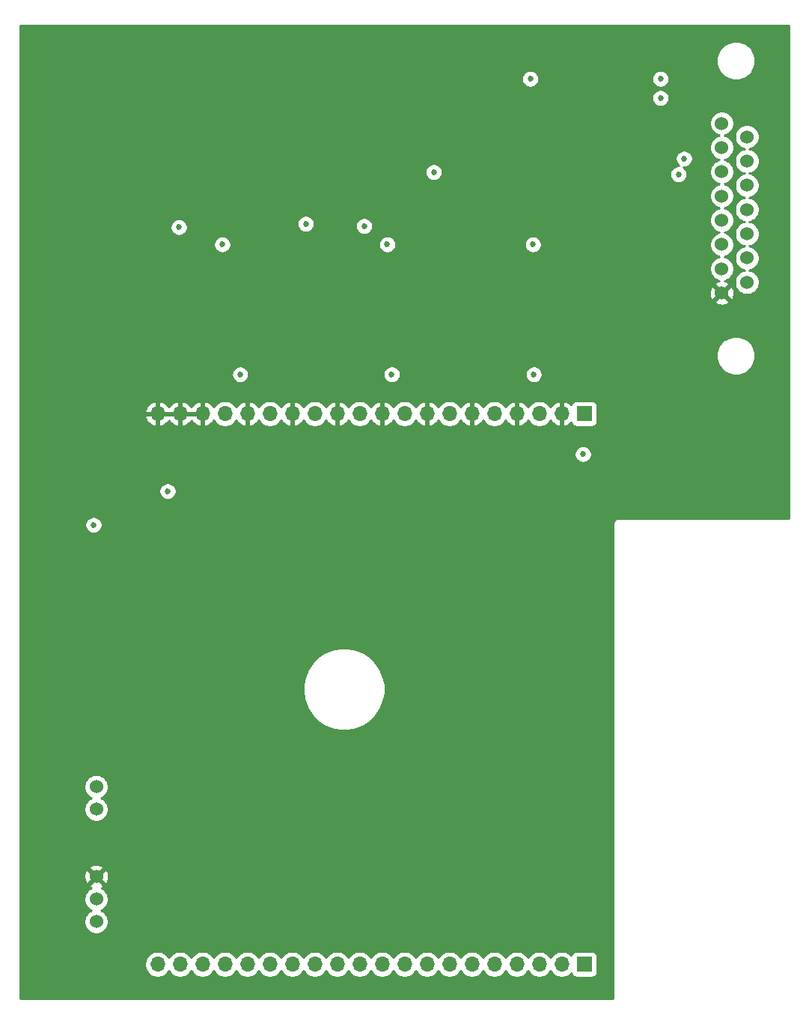
<source format=gbr>
%TF.GenerationSoftware,KiCad,Pcbnew,(5.1.8-0-10_14)*%
%TF.CreationDate,2021-04-23T13:19:29-04:00*%
%TF.ProjectId,Data Collection Shield for Chest Strap Assembly,44617461-2043-46f6-9c6c-656374696f6e,rev?*%
%TF.SameCoordinates,Original*%
%TF.FileFunction,Copper,L2,Inr*%
%TF.FilePolarity,Positive*%
%FSLAX46Y46*%
G04 Gerber Fmt 4.6, Leading zero omitted, Abs format (unit mm)*
G04 Created by KiCad (PCBNEW (5.1.8-0-10_14)) date 2021-04-23 13:19:29*
%MOMM*%
%LPD*%
G01*
G04 APERTURE LIST*
%TA.AperFunction,ComponentPad*%
%ADD10C,1.524000*%
%TD*%
%TA.AperFunction,ComponentPad*%
%ADD11O,1.700000X1.700000*%
%TD*%
%TA.AperFunction,ComponentPad*%
%ADD12R,1.700000X1.700000*%
%TD*%
%TA.AperFunction,ViaPad*%
%ADD13C,0.685000*%
%TD*%
%TA.AperFunction,ViaPad*%
%ADD14C,0.800000*%
%TD*%
%TA.AperFunction,Conductor*%
%ADD15C,0.254000*%
%TD*%
%TA.AperFunction,Conductor*%
%ADD16C,0.100000*%
%TD*%
G04 APERTURE END LIST*
D10*
%TO.N,SIG_IN2*%
%TO.C,J1*%
X177926000Y-49981000D03*
%TO.N,SIG_IN1*%
X177926000Y-52721000D03*
%TO.N,SIG_IN0*%
X177926000Y-55461000D03*
%TO.N,CH6*%
X177926000Y-58201000D03*
%TO.N,FLEX_SCL*%
X177926000Y-60941000D03*
%TO.N,FLEX_SDA*%
X177926000Y-63681000D03*
%TO.N,FLEX_nDRDY*%
X177926000Y-66421000D03*
%TO.N,FLEX_nRST*%
X175086000Y-48449000D03*
%TO.N,SIG_IN3*%
X175086000Y-51189000D03*
%TO.N,SIG_IN4*%
X175086000Y-53929000D03*
%TO.N,SIG_IN5*%
X175086000Y-56669000D03*
%TO.N,10V*%
X175086000Y-59409000D03*
%TO.N,5V*%
X175086000Y-62149000D03*
%TO.N,3.3V*%
X175086000Y-64889000D03*
%TO.N,AGND*%
X175086000Y-67629000D03*
%TD*%
%TO.N,Net-(C13-Pad1)*%
%TO.C,U3*%
X104316000Y-138684000D03*
%TO.N,Net-(U3-Pad3)*%
X104316000Y-136144000D03*
%TO.N,AGND*%
X104316000Y-133604000D03*
%TO.N,DGND*%
X104316000Y-125984000D03*
%TO.N,Net-(C8-Pad1)*%
X104316000Y-123444000D03*
%TD*%
D11*
%TO.N,DGND*%
%TO.C,U8*%
X111252000Y-143510000D03*
%TO.N,5V_IN*%
X113792000Y-143510000D03*
%TO.N,Net-(U8-Pad18)*%
X116332000Y-143510000D03*
%TO.N,Net-(U8-Pad17)*%
X118872000Y-143510000D03*
%TO.N,Net-(U8-Pad16)*%
X121412000Y-143510000D03*
%TO.N,Net-(U8-Pad15)*%
X123952000Y-143510000D03*
%TO.N,DGND*%
X126492000Y-143510000D03*
%TO.N,Net-(U8-Pad13)*%
X129032000Y-143510000D03*
%TO.N,DGND*%
X131572000Y-143510000D03*
%TO.N,Net-(U8-Pad11)*%
X134112000Y-143510000D03*
%TO.N,DGND*%
X136652000Y-143510000D03*
%TO.N,Net-(U8-Pad9)*%
X139192000Y-143510000D03*
%TO.N,DGND*%
X141732000Y-143510000D03*
%TO.N,FLEX_nRST*%
X144272000Y-143510000D03*
%TO.N,DGND*%
X146812000Y-143510000D03*
%TO.N,FLEX_nDRDY*%
X149352000Y-143510000D03*
%TO.N,DGND*%
X151892000Y-143510000D03*
%TO.N,FLEX_SDA*%
X154432000Y-143510000D03*
%TO.N,DGND*%
X156972000Y-143510000D03*
D12*
%TO.N,FLEX_SCL*%
X159512000Y-143510000D03*
%TD*%
D11*
%TO.N,AGND*%
%TO.C,U10*%
X111252000Y-81280000D03*
X113792000Y-81280000D03*
X116332000Y-81280000D03*
%TO.N,Net-(U10-Pad17)*%
X118872000Y-81280000D03*
%TO.N,AGND*%
X121412000Y-81280000D03*
%TO.N,Net-(U10-Pad15)*%
X123952000Y-81280000D03*
%TO.N,AGND*%
X126492000Y-81280000D03*
%TO.N,CH6*%
X129032000Y-81280000D03*
%TO.N,AGND*%
X131572000Y-81280000D03*
%TO.N,CH5*%
X134112000Y-81280000D03*
%TO.N,AGND*%
X136652000Y-81280000D03*
%TO.N,CH4*%
X139192000Y-81280000D03*
%TO.N,AGND*%
X141732000Y-81280000D03*
%TO.N,CH3*%
X144272000Y-81280000D03*
%TO.N,AGND*%
X146812000Y-81280000D03*
%TO.N,CH2*%
X149352000Y-81280000D03*
%TO.N,AGND*%
X151892000Y-81280000D03*
%TO.N,CH1*%
X154432000Y-81280000D03*
%TO.N,AGND*%
X156972000Y-81280000D03*
D12*
%TO.N,CH0*%
X159512000Y-81280000D03*
%TD*%
D13*
%TO.N,5V*%
X112395000Y-90043000D03*
X153716000Y-62149000D03*
X137241000Y-62149000D03*
X118572000Y-62149000D03*
D14*
%TO.N,AGND*%
X120269000Y-104013000D03*
D13*
X128079500Y-71818500D03*
X145288000Y-71818500D03*
X161226500Y-71818500D03*
%TO.N,10V*%
X104013000Y-93853000D03*
X120599200Y-76847700D03*
X137744200Y-76847700D03*
X153809700Y-76847700D03*
%TO.N,3.3V*%
X159385000Y-85852000D03*
%TO.N,SIG_IN0*%
X168148000Y-45593000D03*
%TO.N,SIG_IN2*%
X168148000Y-43434000D03*
X153416000Y-43434000D03*
%TO.N,SIG_IN3*%
X134620000Y-60071000D03*
%TO.N,SIG_IN4*%
X128016000Y-59817000D03*
X170815000Y-52451000D03*
%TO.N,SIG_IN5*%
X113665000Y-60198000D03*
X142494000Y-53975000D03*
X170180000Y-54229000D03*
%TD*%
D15*
%TO.N,AGND*%
X182688364Y-37453342D02*
X182625421Y-93095000D01*
X163466419Y-93095000D01*
X163434000Y-93091807D01*
X163401581Y-93095000D01*
X163304617Y-93104550D01*
X163180207Y-93142290D01*
X163065550Y-93203575D01*
X162965052Y-93286052D01*
X162882575Y-93386550D01*
X162821290Y-93501207D01*
X162783550Y-93625617D01*
X162770807Y-93755000D01*
X162774001Y-93787430D01*
X162774000Y-147375000D01*
X95736000Y-147375000D01*
X95736000Y-143363740D01*
X109767000Y-143363740D01*
X109767000Y-143656260D01*
X109824068Y-143943158D01*
X109936010Y-144213411D01*
X110098525Y-144456632D01*
X110305368Y-144663475D01*
X110548589Y-144825990D01*
X110818842Y-144937932D01*
X111105740Y-144995000D01*
X111398260Y-144995000D01*
X111685158Y-144937932D01*
X111955411Y-144825990D01*
X112198632Y-144663475D01*
X112405475Y-144456632D01*
X112522000Y-144282240D01*
X112638525Y-144456632D01*
X112845368Y-144663475D01*
X113088589Y-144825990D01*
X113358842Y-144937932D01*
X113645740Y-144995000D01*
X113938260Y-144995000D01*
X114225158Y-144937932D01*
X114495411Y-144825990D01*
X114738632Y-144663475D01*
X114945475Y-144456632D01*
X115062000Y-144282240D01*
X115178525Y-144456632D01*
X115385368Y-144663475D01*
X115628589Y-144825990D01*
X115898842Y-144937932D01*
X116185740Y-144995000D01*
X116478260Y-144995000D01*
X116765158Y-144937932D01*
X117035411Y-144825990D01*
X117278632Y-144663475D01*
X117485475Y-144456632D01*
X117602000Y-144282240D01*
X117718525Y-144456632D01*
X117925368Y-144663475D01*
X118168589Y-144825990D01*
X118438842Y-144937932D01*
X118725740Y-144995000D01*
X119018260Y-144995000D01*
X119305158Y-144937932D01*
X119575411Y-144825990D01*
X119818632Y-144663475D01*
X120025475Y-144456632D01*
X120142000Y-144282240D01*
X120258525Y-144456632D01*
X120465368Y-144663475D01*
X120708589Y-144825990D01*
X120978842Y-144937932D01*
X121265740Y-144995000D01*
X121558260Y-144995000D01*
X121845158Y-144937932D01*
X122115411Y-144825990D01*
X122358632Y-144663475D01*
X122565475Y-144456632D01*
X122682000Y-144282240D01*
X122798525Y-144456632D01*
X123005368Y-144663475D01*
X123248589Y-144825990D01*
X123518842Y-144937932D01*
X123805740Y-144995000D01*
X124098260Y-144995000D01*
X124385158Y-144937932D01*
X124655411Y-144825990D01*
X124898632Y-144663475D01*
X125105475Y-144456632D01*
X125222000Y-144282240D01*
X125338525Y-144456632D01*
X125545368Y-144663475D01*
X125788589Y-144825990D01*
X126058842Y-144937932D01*
X126345740Y-144995000D01*
X126638260Y-144995000D01*
X126925158Y-144937932D01*
X127195411Y-144825990D01*
X127438632Y-144663475D01*
X127645475Y-144456632D01*
X127762000Y-144282240D01*
X127878525Y-144456632D01*
X128085368Y-144663475D01*
X128328589Y-144825990D01*
X128598842Y-144937932D01*
X128885740Y-144995000D01*
X129178260Y-144995000D01*
X129465158Y-144937932D01*
X129735411Y-144825990D01*
X129978632Y-144663475D01*
X130185475Y-144456632D01*
X130302000Y-144282240D01*
X130418525Y-144456632D01*
X130625368Y-144663475D01*
X130868589Y-144825990D01*
X131138842Y-144937932D01*
X131425740Y-144995000D01*
X131718260Y-144995000D01*
X132005158Y-144937932D01*
X132275411Y-144825990D01*
X132518632Y-144663475D01*
X132725475Y-144456632D01*
X132842000Y-144282240D01*
X132958525Y-144456632D01*
X133165368Y-144663475D01*
X133408589Y-144825990D01*
X133678842Y-144937932D01*
X133965740Y-144995000D01*
X134258260Y-144995000D01*
X134545158Y-144937932D01*
X134815411Y-144825990D01*
X135058632Y-144663475D01*
X135265475Y-144456632D01*
X135382000Y-144282240D01*
X135498525Y-144456632D01*
X135705368Y-144663475D01*
X135948589Y-144825990D01*
X136218842Y-144937932D01*
X136505740Y-144995000D01*
X136798260Y-144995000D01*
X137085158Y-144937932D01*
X137355411Y-144825990D01*
X137598632Y-144663475D01*
X137805475Y-144456632D01*
X137922000Y-144282240D01*
X138038525Y-144456632D01*
X138245368Y-144663475D01*
X138488589Y-144825990D01*
X138758842Y-144937932D01*
X139045740Y-144995000D01*
X139338260Y-144995000D01*
X139625158Y-144937932D01*
X139895411Y-144825990D01*
X140138632Y-144663475D01*
X140345475Y-144456632D01*
X140462000Y-144282240D01*
X140578525Y-144456632D01*
X140785368Y-144663475D01*
X141028589Y-144825990D01*
X141298842Y-144937932D01*
X141585740Y-144995000D01*
X141878260Y-144995000D01*
X142165158Y-144937932D01*
X142435411Y-144825990D01*
X142678632Y-144663475D01*
X142885475Y-144456632D01*
X143002000Y-144282240D01*
X143118525Y-144456632D01*
X143325368Y-144663475D01*
X143568589Y-144825990D01*
X143838842Y-144937932D01*
X144125740Y-144995000D01*
X144418260Y-144995000D01*
X144705158Y-144937932D01*
X144975411Y-144825990D01*
X145218632Y-144663475D01*
X145425475Y-144456632D01*
X145542000Y-144282240D01*
X145658525Y-144456632D01*
X145865368Y-144663475D01*
X146108589Y-144825990D01*
X146378842Y-144937932D01*
X146665740Y-144995000D01*
X146958260Y-144995000D01*
X147245158Y-144937932D01*
X147515411Y-144825990D01*
X147758632Y-144663475D01*
X147965475Y-144456632D01*
X148082000Y-144282240D01*
X148198525Y-144456632D01*
X148405368Y-144663475D01*
X148648589Y-144825990D01*
X148918842Y-144937932D01*
X149205740Y-144995000D01*
X149498260Y-144995000D01*
X149785158Y-144937932D01*
X150055411Y-144825990D01*
X150298632Y-144663475D01*
X150505475Y-144456632D01*
X150622000Y-144282240D01*
X150738525Y-144456632D01*
X150945368Y-144663475D01*
X151188589Y-144825990D01*
X151458842Y-144937932D01*
X151745740Y-144995000D01*
X152038260Y-144995000D01*
X152325158Y-144937932D01*
X152595411Y-144825990D01*
X152838632Y-144663475D01*
X153045475Y-144456632D01*
X153162000Y-144282240D01*
X153278525Y-144456632D01*
X153485368Y-144663475D01*
X153728589Y-144825990D01*
X153998842Y-144937932D01*
X154285740Y-144995000D01*
X154578260Y-144995000D01*
X154865158Y-144937932D01*
X155135411Y-144825990D01*
X155378632Y-144663475D01*
X155585475Y-144456632D01*
X155702000Y-144282240D01*
X155818525Y-144456632D01*
X156025368Y-144663475D01*
X156268589Y-144825990D01*
X156538842Y-144937932D01*
X156825740Y-144995000D01*
X157118260Y-144995000D01*
X157405158Y-144937932D01*
X157675411Y-144825990D01*
X157918632Y-144663475D01*
X158050487Y-144531620D01*
X158072498Y-144604180D01*
X158131463Y-144714494D01*
X158210815Y-144811185D01*
X158307506Y-144890537D01*
X158417820Y-144949502D01*
X158537518Y-144985812D01*
X158662000Y-144998072D01*
X160362000Y-144998072D01*
X160486482Y-144985812D01*
X160606180Y-144949502D01*
X160716494Y-144890537D01*
X160813185Y-144811185D01*
X160892537Y-144714494D01*
X160951502Y-144604180D01*
X160987812Y-144484482D01*
X161000072Y-144360000D01*
X161000072Y-142660000D01*
X160987812Y-142535518D01*
X160951502Y-142415820D01*
X160892537Y-142305506D01*
X160813185Y-142208815D01*
X160716494Y-142129463D01*
X160606180Y-142070498D01*
X160486482Y-142034188D01*
X160362000Y-142021928D01*
X158662000Y-142021928D01*
X158537518Y-142034188D01*
X158417820Y-142070498D01*
X158307506Y-142129463D01*
X158210815Y-142208815D01*
X158131463Y-142305506D01*
X158072498Y-142415820D01*
X158050487Y-142488380D01*
X157918632Y-142356525D01*
X157675411Y-142194010D01*
X157405158Y-142082068D01*
X157118260Y-142025000D01*
X156825740Y-142025000D01*
X156538842Y-142082068D01*
X156268589Y-142194010D01*
X156025368Y-142356525D01*
X155818525Y-142563368D01*
X155702000Y-142737760D01*
X155585475Y-142563368D01*
X155378632Y-142356525D01*
X155135411Y-142194010D01*
X154865158Y-142082068D01*
X154578260Y-142025000D01*
X154285740Y-142025000D01*
X153998842Y-142082068D01*
X153728589Y-142194010D01*
X153485368Y-142356525D01*
X153278525Y-142563368D01*
X153162000Y-142737760D01*
X153045475Y-142563368D01*
X152838632Y-142356525D01*
X152595411Y-142194010D01*
X152325158Y-142082068D01*
X152038260Y-142025000D01*
X151745740Y-142025000D01*
X151458842Y-142082068D01*
X151188589Y-142194010D01*
X150945368Y-142356525D01*
X150738525Y-142563368D01*
X150622000Y-142737760D01*
X150505475Y-142563368D01*
X150298632Y-142356525D01*
X150055411Y-142194010D01*
X149785158Y-142082068D01*
X149498260Y-142025000D01*
X149205740Y-142025000D01*
X148918842Y-142082068D01*
X148648589Y-142194010D01*
X148405368Y-142356525D01*
X148198525Y-142563368D01*
X148082000Y-142737760D01*
X147965475Y-142563368D01*
X147758632Y-142356525D01*
X147515411Y-142194010D01*
X147245158Y-142082068D01*
X146958260Y-142025000D01*
X146665740Y-142025000D01*
X146378842Y-142082068D01*
X146108589Y-142194010D01*
X145865368Y-142356525D01*
X145658525Y-142563368D01*
X145542000Y-142737760D01*
X145425475Y-142563368D01*
X145218632Y-142356525D01*
X144975411Y-142194010D01*
X144705158Y-142082068D01*
X144418260Y-142025000D01*
X144125740Y-142025000D01*
X143838842Y-142082068D01*
X143568589Y-142194010D01*
X143325368Y-142356525D01*
X143118525Y-142563368D01*
X143002000Y-142737760D01*
X142885475Y-142563368D01*
X142678632Y-142356525D01*
X142435411Y-142194010D01*
X142165158Y-142082068D01*
X141878260Y-142025000D01*
X141585740Y-142025000D01*
X141298842Y-142082068D01*
X141028589Y-142194010D01*
X140785368Y-142356525D01*
X140578525Y-142563368D01*
X140462000Y-142737760D01*
X140345475Y-142563368D01*
X140138632Y-142356525D01*
X139895411Y-142194010D01*
X139625158Y-142082068D01*
X139338260Y-142025000D01*
X139045740Y-142025000D01*
X138758842Y-142082068D01*
X138488589Y-142194010D01*
X138245368Y-142356525D01*
X138038525Y-142563368D01*
X137922000Y-142737760D01*
X137805475Y-142563368D01*
X137598632Y-142356525D01*
X137355411Y-142194010D01*
X137085158Y-142082068D01*
X136798260Y-142025000D01*
X136505740Y-142025000D01*
X136218842Y-142082068D01*
X135948589Y-142194010D01*
X135705368Y-142356525D01*
X135498525Y-142563368D01*
X135382000Y-142737760D01*
X135265475Y-142563368D01*
X135058632Y-142356525D01*
X134815411Y-142194010D01*
X134545158Y-142082068D01*
X134258260Y-142025000D01*
X133965740Y-142025000D01*
X133678842Y-142082068D01*
X133408589Y-142194010D01*
X133165368Y-142356525D01*
X132958525Y-142563368D01*
X132842000Y-142737760D01*
X132725475Y-142563368D01*
X132518632Y-142356525D01*
X132275411Y-142194010D01*
X132005158Y-142082068D01*
X131718260Y-142025000D01*
X131425740Y-142025000D01*
X131138842Y-142082068D01*
X130868589Y-142194010D01*
X130625368Y-142356525D01*
X130418525Y-142563368D01*
X130302000Y-142737760D01*
X130185475Y-142563368D01*
X129978632Y-142356525D01*
X129735411Y-142194010D01*
X129465158Y-142082068D01*
X129178260Y-142025000D01*
X128885740Y-142025000D01*
X128598842Y-142082068D01*
X128328589Y-142194010D01*
X128085368Y-142356525D01*
X127878525Y-142563368D01*
X127762000Y-142737760D01*
X127645475Y-142563368D01*
X127438632Y-142356525D01*
X127195411Y-142194010D01*
X126925158Y-142082068D01*
X126638260Y-142025000D01*
X126345740Y-142025000D01*
X126058842Y-142082068D01*
X125788589Y-142194010D01*
X125545368Y-142356525D01*
X125338525Y-142563368D01*
X125222000Y-142737760D01*
X125105475Y-142563368D01*
X124898632Y-142356525D01*
X124655411Y-142194010D01*
X124385158Y-142082068D01*
X124098260Y-142025000D01*
X123805740Y-142025000D01*
X123518842Y-142082068D01*
X123248589Y-142194010D01*
X123005368Y-142356525D01*
X122798525Y-142563368D01*
X122682000Y-142737760D01*
X122565475Y-142563368D01*
X122358632Y-142356525D01*
X122115411Y-142194010D01*
X121845158Y-142082068D01*
X121558260Y-142025000D01*
X121265740Y-142025000D01*
X120978842Y-142082068D01*
X120708589Y-142194010D01*
X120465368Y-142356525D01*
X120258525Y-142563368D01*
X120142000Y-142737760D01*
X120025475Y-142563368D01*
X119818632Y-142356525D01*
X119575411Y-142194010D01*
X119305158Y-142082068D01*
X119018260Y-142025000D01*
X118725740Y-142025000D01*
X118438842Y-142082068D01*
X118168589Y-142194010D01*
X117925368Y-142356525D01*
X117718525Y-142563368D01*
X117602000Y-142737760D01*
X117485475Y-142563368D01*
X117278632Y-142356525D01*
X117035411Y-142194010D01*
X116765158Y-142082068D01*
X116478260Y-142025000D01*
X116185740Y-142025000D01*
X115898842Y-142082068D01*
X115628589Y-142194010D01*
X115385368Y-142356525D01*
X115178525Y-142563368D01*
X115062000Y-142737760D01*
X114945475Y-142563368D01*
X114738632Y-142356525D01*
X114495411Y-142194010D01*
X114225158Y-142082068D01*
X113938260Y-142025000D01*
X113645740Y-142025000D01*
X113358842Y-142082068D01*
X113088589Y-142194010D01*
X112845368Y-142356525D01*
X112638525Y-142563368D01*
X112522000Y-142737760D01*
X112405475Y-142563368D01*
X112198632Y-142356525D01*
X111955411Y-142194010D01*
X111685158Y-142082068D01*
X111398260Y-142025000D01*
X111105740Y-142025000D01*
X110818842Y-142082068D01*
X110548589Y-142194010D01*
X110305368Y-142356525D01*
X110098525Y-142563368D01*
X109936010Y-142806589D01*
X109824068Y-143076842D01*
X109767000Y-143363740D01*
X95736000Y-143363740D01*
X95736000Y-136006408D01*
X102919000Y-136006408D01*
X102919000Y-136281592D01*
X102972686Y-136551490D01*
X103077995Y-136805727D01*
X103230880Y-137034535D01*
X103425465Y-137229120D01*
X103654273Y-137382005D01*
X103731515Y-137414000D01*
X103654273Y-137445995D01*
X103425465Y-137598880D01*
X103230880Y-137793465D01*
X103077995Y-138022273D01*
X102972686Y-138276510D01*
X102919000Y-138546408D01*
X102919000Y-138821592D01*
X102972686Y-139091490D01*
X103077995Y-139345727D01*
X103230880Y-139574535D01*
X103425465Y-139769120D01*
X103654273Y-139922005D01*
X103908510Y-140027314D01*
X104178408Y-140081000D01*
X104453592Y-140081000D01*
X104723490Y-140027314D01*
X104977727Y-139922005D01*
X105206535Y-139769120D01*
X105401120Y-139574535D01*
X105554005Y-139345727D01*
X105659314Y-139091490D01*
X105713000Y-138821592D01*
X105713000Y-138546408D01*
X105659314Y-138276510D01*
X105554005Y-138022273D01*
X105401120Y-137793465D01*
X105206535Y-137598880D01*
X104977727Y-137445995D01*
X104900485Y-137414000D01*
X104977727Y-137382005D01*
X105206535Y-137229120D01*
X105401120Y-137034535D01*
X105554005Y-136805727D01*
X105659314Y-136551490D01*
X105713000Y-136281592D01*
X105713000Y-136006408D01*
X105659314Y-135736510D01*
X105554005Y-135482273D01*
X105401120Y-135253465D01*
X105206535Y-135058880D01*
X104977727Y-134905995D01*
X104906057Y-134876308D01*
X104919023Y-134871636D01*
X105034980Y-134809656D01*
X105101960Y-134569565D01*
X104316000Y-133783605D01*
X103530040Y-134569565D01*
X103597020Y-134809656D01*
X103732760Y-134873485D01*
X103654273Y-134905995D01*
X103425465Y-135058880D01*
X103230880Y-135253465D01*
X103077995Y-135482273D01*
X102972686Y-135736510D01*
X102919000Y-136006408D01*
X95736000Y-136006408D01*
X95736000Y-133676017D01*
X102914090Y-133676017D01*
X102955078Y-133948133D01*
X103048364Y-134207023D01*
X103110344Y-134322980D01*
X103350435Y-134389960D01*
X104136395Y-133604000D01*
X104495605Y-133604000D01*
X105281565Y-134389960D01*
X105521656Y-134322980D01*
X105638756Y-134073952D01*
X105705023Y-133806865D01*
X105717910Y-133531983D01*
X105676922Y-133259867D01*
X105583636Y-133000977D01*
X105521656Y-132885020D01*
X105281565Y-132818040D01*
X104495605Y-133604000D01*
X104136395Y-133604000D01*
X103350435Y-132818040D01*
X103110344Y-132885020D01*
X102993244Y-133134048D01*
X102926977Y-133401135D01*
X102914090Y-133676017D01*
X95736000Y-133676017D01*
X95736000Y-132638435D01*
X103530040Y-132638435D01*
X104316000Y-133424395D01*
X105101960Y-132638435D01*
X105034980Y-132398344D01*
X104785952Y-132281244D01*
X104518865Y-132214977D01*
X104243983Y-132202090D01*
X103971867Y-132243078D01*
X103712977Y-132336364D01*
X103597020Y-132398344D01*
X103530040Y-132638435D01*
X95736000Y-132638435D01*
X95736000Y-123306408D01*
X102919000Y-123306408D01*
X102919000Y-123581592D01*
X102972686Y-123851490D01*
X103077995Y-124105727D01*
X103230880Y-124334535D01*
X103425465Y-124529120D01*
X103654273Y-124682005D01*
X103731515Y-124714000D01*
X103654273Y-124745995D01*
X103425465Y-124898880D01*
X103230880Y-125093465D01*
X103077995Y-125322273D01*
X102972686Y-125576510D01*
X102919000Y-125846408D01*
X102919000Y-126121592D01*
X102972686Y-126391490D01*
X103077995Y-126645727D01*
X103230880Y-126874535D01*
X103425465Y-127069120D01*
X103654273Y-127222005D01*
X103908510Y-127327314D01*
X104178408Y-127381000D01*
X104453592Y-127381000D01*
X104723490Y-127327314D01*
X104977727Y-127222005D01*
X105206535Y-127069120D01*
X105401120Y-126874535D01*
X105554005Y-126645727D01*
X105659314Y-126391490D01*
X105713000Y-126121592D01*
X105713000Y-125846408D01*
X105659314Y-125576510D01*
X105554005Y-125322273D01*
X105401120Y-125093465D01*
X105206535Y-124898880D01*
X104977727Y-124745995D01*
X104900485Y-124714000D01*
X104977727Y-124682005D01*
X105206535Y-124529120D01*
X105401120Y-124334535D01*
X105554005Y-124105727D01*
X105659314Y-123851490D01*
X105713000Y-123581592D01*
X105713000Y-123306408D01*
X105659314Y-123036510D01*
X105554005Y-122782273D01*
X105401120Y-122553465D01*
X105206535Y-122358880D01*
X104977727Y-122205995D01*
X104723490Y-122100686D01*
X104453592Y-122047000D01*
X104178408Y-122047000D01*
X103908510Y-122100686D01*
X103654273Y-122205995D01*
X103425465Y-122358880D01*
X103230880Y-122553465D01*
X103077995Y-122782273D01*
X102972686Y-123036510D01*
X102919000Y-123306408D01*
X95736000Y-123306408D01*
X95736000Y-111936280D01*
X127676535Y-111936280D01*
X127676535Y-112853720D01*
X127855519Y-113753532D01*
X128206608Y-114601137D01*
X128716311Y-115363961D01*
X129365039Y-116012689D01*
X130127863Y-116522392D01*
X130975468Y-116873481D01*
X131875280Y-117052465D01*
X132792720Y-117052465D01*
X133692532Y-116873481D01*
X134540137Y-116522392D01*
X135302961Y-116012689D01*
X135951689Y-115363961D01*
X136461392Y-114601137D01*
X136812481Y-113753532D01*
X136991465Y-112853720D01*
X136991465Y-111936280D01*
X136812481Y-111036468D01*
X136461392Y-110188863D01*
X135951689Y-109426039D01*
X135302961Y-108777311D01*
X134540137Y-108267608D01*
X133692532Y-107916519D01*
X132792720Y-107737535D01*
X131875280Y-107737535D01*
X130975468Y-107916519D01*
X130127863Y-108267608D01*
X129365039Y-108777311D01*
X128716311Y-109426039D01*
X128206608Y-110188863D01*
X127855519Y-111036468D01*
X127676535Y-111936280D01*
X95736000Y-111936280D01*
X95736000Y-93756725D01*
X103035500Y-93756725D01*
X103035500Y-93949275D01*
X103073064Y-94138126D01*
X103146750Y-94316020D01*
X103253726Y-94476120D01*
X103389880Y-94612274D01*
X103549980Y-94719250D01*
X103727874Y-94792936D01*
X103916725Y-94830500D01*
X104109275Y-94830500D01*
X104298126Y-94792936D01*
X104476020Y-94719250D01*
X104636120Y-94612274D01*
X104772274Y-94476120D01*
X104879250Y-94316020D01*
X104952936Y-94138126D01*
X104990500Y-93949275D01*
X104990500Y-93756725D01*
X104952936Y-93567874D01*
X104879250Y-93389980D01*
X104772274Y-93229880D01*
X104636120Y-93093726D01*
X104476020Y-92986750D01*
X104298126Y-92913064D01*
X104109275Y-92875500D01*
X103916725Y-92875500D01*
X103727874Y-92913064D01*
X103549980Y-92986750D01*
X103389880Y-93093726D01*
X103253726Y-93229880D01*
X103146750Y-93389980D01*
X103073064Y-93567874D01*
X103035500Y-93756725D01*
X95736000Y-93756725D01*
X95736000Y-89946725D01*
X111417500Y-89946725D01*
X111417500Y-90139275D01*
X111455064Y-90328126D01*
X111528750Y-90506020D01*
X111635726Y-90666120D01*
X111771880Y-90802274D01*
X111931980Y-90909250D01*
X112109874Y-90982936D01*
X112298725Y-91020500D01*
X112491275Y-91020500D01*
X112680126Y-90982936D01*
X112858020Y-90909250D01*
X113018120Y-90802274D01*
X113154274Y-90666120D01*
X113261250Y-90506020D01*
X113334936Y-90328126D01*
X113372500Y-90139275D01*
X113372500Y-89946725D01*
X113334936Y-89757874D01*
X113261250Y-89579980D01*
X113154274Y-89419880D01*
X113018120Y-89283726D01*
X112858020Y-89176750D01*
X112680126Y-89103064D01*
X112491275Y-89065500D01*
X112298725Y-89065500D01*
X112109874Y-89103064D01*
X111931980Y-89176750D01*
X111771880Y-89283726D01*
X111635726Y-89419880D01*
X111528750Y-89579980D01*
X111455064Y-89757874D01*
X111417500Y-89946725D01*
X95736000Y-89946725D01*
X95736000Y-85755725D01*
X158407500Y-85755725D01*
X158407500Y-85948275D01*
X158445064Y-86137126D01*
X158518750Y-86315020D01*
X158625726Y-86475120D01*
X158761880Y-86611274D01*
X158921980Y-86718250D01*
X159099874Y-86791936D01*
X159288725Y-86829500D01*
X159481275Y-86829500D01*
X159670126Y-86791936D01*
X159848020Y-86718250D01*
X160008120Y-86611274D01*
X160144274Y-86475120D01*
X160251250Y-86315020D01*
X160324936Y-86137126D01*
X160362500Y-85948275D01*
X160362500Y-85755725D01*
X160324936Y-85566874D01*
X160251250Y-85388980D01*
X160144274Y-85228880D01*
X160008120Y-85092726D01*
X159848020Y-84985750D01*
X159670126Y-84912064D01*
X159481275Y-84874500D01*
X159288725Y-84874500D01*
X159099874Y-84912064D01*
X158921980Y-84985750D01*
X158761880Y-85092726D01*
X158625726Y-85228880D01*
X158518750Y-85388980D01*
X158445064Y-85566874D01*
X158407500Y-85755725D01*
X95736000Y-85755725D01*
X95736000Y-81636891D01*
X109810519Y-81636891D01*
X109907843Y-81911252D01*
X110056822Y-82161355D01*
X110251731Y-82377588D01*
X110485080Y-82551641D01*
X110747901Y-82676825D01*
X110895110Y-82721476D01*
X111125000Y-82600155D01*
X111125000Y-81407000D01*
X111379000Y-81407000D01*
X111379000Y-82600155D01*
X111608890Y-82721476D01*
X111756099Y-82676825D01*
X112018920Y-82551641D01*
X112252269Y-82377588D01*
X112447178Y-82161355D01*
X112522000Y-82035745D01*
X112596822Y-82161355D01*
X112791731Y-82377588D01*
X113025080Y-82551641D01*
X113287901Y-82676825D01*
X113435110Y-82721476D01*
X113665000Y-82600155D01*
X113665000Y-81407000D01*
X113919000Y-81407000D01*
X113919000Y-82600155D01*
X114148890Y-82721476D01*
X114296099Y-82676825D01*
X114558920Y-82551641D01*
X114792269Y-82377588D01*
X114987178Y-82161355D01*
X115062000Y-82035745D01*
X115136822Y-82161355D01*
X115331731Y-82377588D01*
X115565080Y-82551641D01*
X115827901Y-82676825D01*
X115975110Y-82721476D01*
X116205000Y-82600155D01*
X116205000Y-81407000D01*
X113919000Y-81407000D01*
X113665000Y-81407000D01*
X111379000Y-81407000D01*
X111125000Y-81407000D01*
X109931186Y-81407000D01*
X109810519Y-81636891D01*
X95736000Y-81636891D01*
X95736000Y-80923109D01*
X109810519Y-80923109D01*
X109931186Y-81153000D01*
X111125000Y-81153000D01*
X111125000Y-79959845D01*
X111379000Y-79959845D01*
X111379000Y-81153000D01*
X113665000Y-81153000D01*
X113665000Y-79959845D01*
X113919000Y-79959845D01*
X113919000Y-81153000D01*
X116205000Y-81153000D01*
X116205000Y-79959845D01*
X116459000Y-79959845D01*
X116459000Y-81153000D01*
X116479000Y-81153000D01*
X116479000Y-81407000D01*
X116459000Y-81407000D01*
X116459000Y-82600155D01*
X116688890Y-82721476D01*
X116836099Y-82676825D01*
X117098920Y-82551641D01*
X117332269Y-82377588D01*
X117527178Y-82161355D01*
X117596805Y-82044466D01*
X117718525Y-82226632D01*
X117925368Y-82433475D01*
X118168589Y-82595990D01*
X118438842Y-82707932D01*
X118725740Y-82765000D01*
X119018260Y-82765000D01*
X119305158Y-82707932D01*
X119575411Y-82595990D01*
X119818632Y-82433475D01*
X120025475Y-82226632D01*
X120147195Y-82044466D01*
X120216822Y-82161355D01*
X120411731Y-82377588D01*
X120645080Y-82551641D01*
X120907901Y-82676825D01*
X121055110Y-82721476D01*
X121285000Y-82600155D01*
X121285000Y-81407000D01*
X121265000Y-81407000D01*
X121265000Y-81153000D01*
X121285000Y-81153000D01*
X121285000Y-79959845D01*
X121539000Y-79959845D01*
X121539000Y-81153000D01*
X121559000Y-81153000D01*
X121559000Y-81407000D01*
X121539000Y-81407000D01*
X121539000Y-82600155D01*
X121768890Y-82721476D01*
X121916099Y-82676825D01*
X122178920Y-82551641D01*
X122412269Y-82377588D01*
X122607178Y-82161355D01*
X122676805Y-82044466D01*
X122798525Y-82226632D01*
X123005368Y-82433475D01*
X123248589Y-82595990D01*
X123518842Y-82707932D01*
X123805740Y-82765000D01*
X124098260Y-82765000D01*
X124385158Y-82707932D01*
X124655411Y-82595990D01*
X124898632Y-82433475D01*
X125105475Y-82226632D01*
X125227195Y-82044466D01*
X125296822Y-82161355D01*
X125491731Y-82377588D01*
X125725080Y-82551641D01*
X125987901Y-82676825D01*
X126135110Y-82721476D01*
X126365000Y-82600155D01*
X126365000Y-81407000D01*
X126345000Y-81407000D01*
X126345000Y-81153000D01*
X126365000Y-81153000D01*
X126365000Y-79959845D01*
X126619000Y-79959845D01*
X126619000Y-81153000D01*
X126639000Y-81153000D01*
X126639000Y-81407000D01*
X126619000Y-81407000D01*
X126619000Y-82600155D01*
X126848890Y-82721476D01*
X126996099Y-82676825D01*
X127258920Y-82551641D01*
X127492269Y-82377588D01*
X127687178Y-82161355D01*
X127756805Y-82044466D01*
X127878525Y-82226632D01*
X128085368Y-82433475D01*
X128328589Y-82595990D01*
X128598842Y-82707932D01*
X128885740Y-82765000D01*
X129178260Y-82765000D01*
X129465158Y-82707932D01*
X129735411Y-82595990D01*
X129978632Y-82433475D01*
X130185475Y-82226632D01*
X130307195Y-82044466D01*
X130376822Y-82161355D01*
X130571731Y-82377588D01*
X130805080Y-82551641D01*
X131067901Y-82676825D01*
X131215110Y-82721476D01*
X131445000Y-82600155D01*
X131445000Y-81407000D01*
X131425000Y-81407000D01*
X131425000Y-81153000D01*
X131445000Y-81153000D01*
X131445000Y-79959845D01*
X131699000Y-79959845D01*
X131699000Y-81153000D01*
X131719000Y-81153000D01*
X131719000Y-81407000D01*
X131699000Y-81407000D01*
X131699000Y-82600155D01*
X131928890Y-82721476D01*
X132076099Y-82676825D01*
X132338920Y-82551641D01*
X132572269Y-82377588D01*
X132767178Y-82161355D01*
X132836805Y-82044466D01*
X132958525Y-82226632D01*
X133165368Y-82433475D01*
X133408589Y-82595990D01*
X133678842Y-82707932D01*
X133965740Y-82765000D01*
X134258260Y-82765000D01*
X134545158Y-82707932D01*
X134815411Y-82595990D01*
X135058632Y-82433475D01*
X135265475Y-82226632D01*
X135387195Y-82044466D01*
X135456822Y-82161355D01*
X135651731Y-82377588D01*
X135885080Y-82551641D01*
X136147901Y-82676825D01*
X136295110Y-82721476D01*
X136525000Y-82600155D01*
X136525000Y-81407000D01*
X136505000Y-81407000D01*
X136505000Y-81153000D01*
X136525000Y-81153000D01*
X136525000Y-79959845D01*
X136779000Y-79959845D01*
X136779000Y-81153000D01*
X136799000Y-81153000D01*
X136799000Y-81407000D01*
X136779000Y-81407000D01*
X136779000Y-82600155D01*
X137008890Y-82721476D01*
X137156099Y-82676825D01*
X137418920Y-82551641D01*
X137652269Y-82377588D01*
X137847178Y-82161355D01*
X137916805Y-82044466D01*
X138038525Y-82226632D01*
X138245368Y-82433475D01*
X138488589Y-82595990D01*
X138758842Y-82707932D01*
X139045740Y-82765000D01*
X139338260Y-82765000D01*
X139625158Y-82707932D01*
X139895411Y-82595990D01*
X140138632Y-82433475D01*
X140345475Y-82226632D01*
X140467195Y-82044466D01*
X140536822Y-82161355D01*
X140731731Y-82377588D01*
X140965080Y-82551641D01*
X141227901Y-82676825D01*
X141375110Y-82721476D01*
X141605000Y-82600155D01*
X141605000Y-81407000D01*
X141585000Y-81407000D01*
X141585000Y-81153000D01*
X141605000Y-81153000D01*
X141605000Y-79959845D01*
X141859000Y-79959845D01*
X141859000Y-81153000D01*
X141879000Y-81153000D01*
X141879000Y-81407000D01*
X141859000Y-81407000D01*
X141859000Y-82600155D01*
X142088890Y-82721476D01*
X142236099Y-82676825D01*
X142498920Y-82551641D01*
X142732269Y-82377588D01*
X142927178Y-82161355D01*
X142996805Y-82044466D01*
X143118525Y-82226632D01*
X143325368Y-82433475D01*
X143568589Y-82595990D01*
X143838842Y-82707932D01*
X144125740Y-82765000D01*
X144418260Y-82765000D01*
X144705158Y-82707932D01*
X144975411Y-82595990D01*
X145218632Y-82433475D01*
X145425475Y-82226632D01*
X145547195Y-82044466D01*
X145616822Y-82161355D01*
X145811731Y-82377588D01*
X146045080Y-82551641D01*
X146307901Y-82676825D01*
X146455110Y-82721476D01*
X146685000Y-82600155D01*
X146685000Y-81407000D01*
X146665000Y-81407000D01*
X146665000Y-81153000D01*
X146685000Y-81153000D01*
X146685000Y-79959845D01*
X146939000Y-79959845D01*
X146939000Y-81153000D01*
X146959000Y-81153000D01*
X146959000Y-81407000D01*
X146939000Y-81407000D01*
X146939000Y-82600155D01*
X147168890Y-82721476D01*
X147316099Y-82676825D01*
X147578920Y-82551641D01*
X147812269Y-82377588D01*
X148007178Y-82161355D01*
X148076805Y-82044466D01*
X148198525Y-82226632D01*
X148405368Y-82433475D01*
X148648589Y-82595990D01*
X148918842Y-82707932D01*
X149205740Y-82765000D01*
X149498260Y-82765000D01*
X149785158Y-82707932D01*
X150055411Y-82595990D01*
X150298632Y-82433475D01*
X150505475Y-82226632D01*
X150627195Y-82044466D01*
X150696822Y-82161355D01*
X150891731Y-82377588D01*
X151125080Y-82551641D01*
X151387901Y-82676825D01*
X151535110Y-82721476D01*
X151765000Y-82600155D01*
X151765000Y-81407000D01*
X151745000Y-81407000D01*
X151745000Y-81153000D01*
X151765000Y-81153000D01*
X151765000Y-79959845D01*
X152019000Y-79959845D01*
X152019000Y-81153000D01*
X152039000Y-81153000D01*
X152039000Y-81407000D01*
X152019000Y-81407000D01*
X152019000Y-82600155D01*
X152248890Y-82721476D01*
X152396099Y-82676825D01*
X152658920Y-82551641D01*
X152892269Y-82377588D01*
X153087178Y-82161355D01*
X153156805Y-82044466D01*
X153278525Y-82226632D01*
X153485368Y-82433475D01*
X153728589Y-82595990D01*
X153998842Y-82707932D01*
X154285740Y-82765000D01*
X154578260Y-82765000D01*
X154865158Y-82707932D01*
X155135411Y-82595990D01*
X155378632Y-82433475D01*
X155585475Y-82226632D01*
X155707195Y-82044466D01*
X155776822Y-82161355D01*
X155971731Y-82377588D01*
X156205080Y-82551641D01*
X156467901Y-82676825D01*
X156615110Y-82721476D01*
X156845000Y-82600155D01*
X156845000Y-81407000D01*
X156825000Y-81407000D01*
X156825000Y-81153000D01*
X156845000Y-81153000D01*
X156845000Y-79959845D01*
X157099000Y-79959845D01*
X157099000Y-81153000D01*
X157119000Y-81153000D01*
X157119000Y-81407000D01*
X157099000Y-81407000D01*
X157099000Y-82600155D01*
X157328890Y-82721476D01*
X157476099Y-82676825D01*
X157738920Y-82551641D01*
X157972269Y-82377588D01*
X158048034Y-82293534D01*
X158072498Y-82374180D01*
X158131463Y-82484494D01*
X158210815Y-82581185D01*
X158307506Y-82660537D01*
X158417820Y-82719502D01*
X158537518Y-82755812D01*
X158662000Y-82768072D01*
X160362000Y-82768072D01*
X160486482Y-82755812D01*
X160606180Y-82719502D01*
X160716494Y-82660537D01*
X160813185Y-82581185D01*
X160892537Y-82484494D01*
X160951502Y-82374180D01*
X160987812Y-82254482D01*
X161000072Y-82130000D01*
X161000072Y-80430000D01*
X160987812Y-80305518D01*
X160951502Y-80185820D01*
X160892537Y-80075506D01*
X160813185Y-79978815D01*
X160716494Y-79899463D01*
X160606180Y-79840498D01*
X160486482Y-79804188D01*
X160362000Y-79791928D01*
X158662000Y-79791928D01*
X158537518Y-79804188D01*
X158417820Y-79840498D01*
X158307506Y-79899463D01*
X158210815Y-79978815D01*
X158131463Y-80075506D01*
X158072498Y-80185820D01*
X158048034Y-80266466D01*
X157972269Y-80182412D01*
X157738920Y-80008359D01*
X157476099Y-79883175D01*
X157328890Y-79838524D01*
X157099000Y-79959845D01*
X156845000Y-79959845D01*
X156615110Y-79838524D01*
X156467901Y-79883175D01*
X156205080Y-80008359D01*
X155971731Y-80182412D01*
X155776822Y-80398645D01*
X155707195Y-80515534D01*
X155585475Y-80333368D01*
X155378632Y-80126525D01*
X155135411Y-79964010D01*
X154865158Y-79852068D01*
X154578260Y-79795000D01*
X154285740Y-79795000D01*
X153998842Y-79852068D01*
X153728589Y-79964010D01*
X153485368Y-80126525D01*
X153278525Y-80333368D01*
X153156805Y-80515534D01*
X153087178Y-80398645D01*
X152892269Y-80182412D01*
X152658920Y-80008359D01*
X152396099Y-79883175D01*
X152248890Y-79838524D01*
X152019000Y-79959845D01*
X151765000Y-79959845D01*
X151535110Y-79838524D01*
X151387901Y-79883175D01*
X151125080Y-80008359D01*
X150891731Y-80182412D01*
X150696822Y-80398645D01*
X150627195Y-80515534D01*
X150505475Y-80333368D01*
X150298632Y-80126525D01*
X150055411Y-79964010D01*
X149785158Y-79852068D01*
X149498260Y-79795000D01*
X149205740Y-79795000D01*
X148918842Y-79852068D01*
X148648589Y-79964010D01*
X148405368Y-80126525D01*
X148198525Y-80333368D01*
X148076805Y-80515534D01*
X148007178Y-80398645D01*
X147812269Y-80182412D01*
X147578920Y-80008359D01*
X147316099Y-79883175D01*
X147168890Y-79838524D01*
X146939000Y-79959845D01*
X146685000Y-79959845D01*
X146455110Y-79838524D01*
X146307901Y-79883175D01*
X146045080Y-80008359D01*
X145811731Y-80182412D01*
X145616822Y-80398645D01*
X145547195Y-80515534D01*
X145425475Y-80333368D01*
X145218632Y-80126525D01*
X144975411Y-79964010D01*
X144705158Y-79852068D01*
X144418260Y-79795000D01*
X144125740Y-79795000D01*
X143838842Y-79852068D01*
X143568589Y-79964010D01*
X143325368Y-80126525D01*
X143118525Y-80333368D01*
X142996805Y-80515534D01*
X142927178Y-80398645D01*
X142732269Y-80182412D01*
X142498920Y-80008359D01*
X142236099Y-79883175D01*
X142088890Y-79838524D01*
X141859000Y-79959845D01*
X141605000Y-79959845D01*
X141375110Y-79838524D01*
X141227901Y-79883175D01*
X140965080Y-80008359D01*
X140731731Y-80182412D01*
X140536822Y-80398645D01*
X140467195Y-80515534D01*
X140345475Y-80333368D01*
X140138632Y-80126525D01*
X139895411Y-79964010D01*
X139625158Y-79852068D01*
X139338260Y-79795000D01*
X139045740Y-79795000D01*
X138758842Y-79852068D01*
X138488589Y-79964010D01*
X138245368Y-80126525D01*
X138038525Y-80333368D01*
X137916805Y-80515534D01*
X137847178Y-80398645D01*
X137652269Y-80182412D01*
X137418920Y-80008359D01*
X137156099Y-79883175D01*
X137008890Y-79838524D01*
X136779000Y-79959845D01*
X136525000Y-79959845D01*
X136295110Y-79838524D01*
X136147901Y-79883175D01*
X135885080Y-80008359D01*
X135651731Y-80182412D01*
X135456822Y-80398645D01*
X135387195Y-80515534D01*
X135265475Y-80333368D01*
X135058632Y-80126525D01*
X134815411Y-79964010D01*
X134545158Y-79852068D01*
X134258260Y-79795000D01*
X133965740Y-79795000D01*
X133678842Y-79852068D01*
X133408589Y-79964010D01*
X133165368Y-80126525D01*
X132958525Y-80333368D01*
X132836805Y-80515534D01*
X132767178Y-80398645D01*
X132572269Y-80182412D01*
X132338920Y-80008359D01*
X132076099Y-79883175D01*
X131928890Y-79838524D01*
X131699000Y-79959845D01*
X131445000Y-79959845D01*
X131215110Y-79838524D01*
X131067901Y-79883175D01*
X130805080Y-80008359D01*
X130571731Y-80182412D01*
X130376822Y-80398645D01*
X130307195Y-80515534D01*
X130185475Y-80333368D01*
X129978632Y-80126525D01*
X129735411Y-79964010D01*
X129465158Y-79852068D01*
X129178260Y-79795000D01*
X128885740Y-79795000D01*
X128598842Y-79852068D01*
X128328589Y-79964010D01*
X128085368Y-80126525D01*
X127878525Y-80333368D01*
X127756805Y-80515534D01*
X127687178Y-80398645D01*
X127492269Y-80182412D01*
X127258920Y-80008359D01*
X126996099Y-79883175D01*
X126848890Y-79838524D01*
X126619000Y-79959845D01*
X126365000Y-79959845D01*
X126135110Y-79838524D01*
X125987901Y-79883175D01*
X125725080Y-80008359D01*
X125491731Y-80182412D01*
X125296822Y-80398645D01*
X125227195Y-80515534D01*
X125105475Y-80333368D01*
X124898632Y-80126525D01*
X124655411Y-79964010D01*
X124385158Y-79852068D01*
X124098260Y-79795000D01*
X123805740Y-79795000D01*
X123518842Y-79852068D01*
X123248589Y-79964010D01*
X123005368Y-80126525D01*
X122798525Y-80333368D01*
X122676805Y-80515534D01*
X122607178Y-80398645D01*
X122412269Y-80182412D01*
X122178920Y-80008359D01*
X121916099Y-79883175D01*
X121768890Y-79838524D01*
X121539000Y-79959845D01*
X121285000Y-79959845D01*
X121055110Y-79838524D01*
X120907901Y-79883175D01*
X120645080Y-80008359D01*
X120411731Y-80182412D01*
X120216822Y-80398645D01*
X120147195Y-80515534D01*
X120025475Y-80333368D01*
X119818632Y-80126525D01*
X119575411Y-79964010D01*
X119305158Y-79852068D01*
X119018260Y-79795000D01*
X118725740Y-79795000D01*
X118438842Y-79852068D01*
X118168589Y-79964010D01*
X117925368Y-80126525D01*
X117718525Y-80333368D01*
X117596805Y-80515534D01*
X117527178Y-80398645D01*
X117332269Y-80182412D01*
X117098920Y-80008359D01*
X116836099Y-79883175D01*
X116688890Y-79838524D01*
X116459000Y-79959845D01*
X116205000Y-79959845D01*
X115975110Y-79838524D01*
X115827901Y-79883175D01*
X115565080Y-80008359D01*
X115331731Y-80182412D01*
X115136822Y-80398645D01*
X115062000Y-80524255D01*
X114987178Y-80398645D01*
X114792269Y-80182412D01*
X114558920Y-80008359D01*
X114296099Y-79883175D01*
X114148890Y-79838524D01*
X113919000Y-79959845D01*
X113665000Y-79959845D01*
X113435110Y-79838524D01*
X113287901Y-79883175D01*
X113025080Y-80008359D01*
X112791731Y-80182412D01*
X112596822Y-80398645D01*
X112522000Y-80524255D01*
X112447178Y-80398645D01*
X112252269Y-80182412D01*
X112018920Y-80008359D01*
X111756099Y-79883175D01*
X111608890Y-79838524D01*
X111379000Y-79959845D01*
X111125000Y-79959845D01*
X110895110Y-79838524D01*
X110747901Y-79883175D01*
X110485080Y-80008359D01*
X110251731Y-80182412D01*
X110056822Y-80398645D01*
X109907843Y-80648748D01*
X109810519Y-80923109D01*
X95736000Y-80923109D01*
X95736000Y-76751425D01*
X119621700Y-76751425D01*
X119621700Y-76943975D01*
X119659264Y-77132826D01*
X119732950Y-77310720D01*
X119839926Y-77470820D01*
X119976080Y-77606974D01*
X120136180Y-77713950D01*
X120314074Y-77787636D01*
X120502925Y-77825200D01*
X120695475Y-77825200D01*
X120884326Y-77787636D01*
X121062220Y-77713950D01*
X121222320Y-77606974D01*
X121358474Y-77470820D01*
X121465450Y-77310720D01*
X121539136Y-77132826D01*
X121576700Y-76943975D01*
X121576700Y-76751425D01*
X136766700Y-76751425D01*
X136766700Y-76943975D01*
X136804264Y-77132826D01*
X136877950Y-77310720D01*
X136984926Y-77470820D01*
X137121080Y-77606974D01*
X137281180Y-77713950D01*
X137459074Y-77787636D01*
X137647925Y-77825200D01*
X137840475Y-77825200D01*
X138029326Y-77787636D01*
X138207220Y-77713950D01*
X138367320Y-77606974D01*
X138503474Y-77470820D01*
X138610450Y-77310720D01*
X138684136Y-77132826D01*
X138721700Y-76943975D01*
X138721700Y-76751425D01*
X152832200Y-76751425D01*
X152832200Y-76943975D01*
X152869764Y-77132826D01*
X152943450Y-77310720D01*
X153050426Y-77470820D01*
X153186580Y-77606974D01*
X153346680Y-77713950D01*
X153524574Y-77787636D01*
X153713425Y-77825200D01*
X153905975Y-77825200D01*
X154094826Y-77787636D01*
X154272720Y-77713950D01*
X154432820Y-77606974D01*
X154568974Y-77470820D01*
X154675950Y-77310720D01*
X154749636Y-77132826D01*
X154787200Y-76943975D01*
X154787200Y-76751425D01*
X154749636Y-76562574D01*
X154675950Y-76384680D01*
X154568974Y-76224580D01*
X154432820Y-76088426D01*
X154272720Y-75981450D01*
X154094826Y-75907764D01*
X153905975Y-75870200D01*
X153713425Y-75870200D01*
X153524574Y-75907764D01*
X153346680Y-75981450D01*
X153186580Y-76088426D01*
X153050426Y-76224580D01*
X152943450Y-76384680D01*
X152869764Y-76562574D01*
X152832200Y-76751425D01*
X138721700Y-76751425D01*
X138684136Y-76562574D01*
X138610450Y-76384680D01*
X138503474Y-76224580D01*
X138367320Y-76088426D01*
X138207220Y-75981450D01*
X138029326Y-75907764D01*
X137840475Y-75870200D01*
X137647925Y-75870200D01*
X137459074Y-75907764D01*
X137281180Y-75981450D01*
X137121080Y-76088426D01*
X136984926Y-76224580D01*
X136877950Y-76384680D01*
X136804264Y-76562574D01*
X136766700Y-76751425D01*
X121576700Y-76751425D01*
X121539136Y-76562574D01*
X121465450Y-76384680D01*
X121358474Y-76224580D01*
X121222320Y-76088426D01*
X121062220Y-75981450D01*
X120884326Y-75907764D01*
X120695475Y-75870200D01*
X120502925Y-75870200D01*
X120314074Y-75907764D01*
X120136180Y-75981450D01*
X119976080Y-76088426D01*
X119839926Y-76224580D01*
X119732950Y-76384680D01*
X119659264Y-76562574D01*
X119621700Y-76751425D01*
X95736000Y-76751425D01*
X95736000Y-74494422D01*
X174450738Y-74494422D01*
X174450738Y-74931578D01*
X174536023Y-75360335D01*
X174703316Y-75764215D01*
X174946187Y-76127697D01*
X175255303Y-76436813D01*
X175618785Y-76679684D01*
X176022665Y-76846977D01*
X176451422Y-76932262D01*
X176888578Y-76932262D01*
X177317335Y-76846977D01*
X177721215Y-76679684D01*
X178084697Y-76436813D01*
X178393813Y-76127697D01*
X178636684Y-75764215D01*
X178803977Y-75360335D01*
X178889262Y-74931578D01*
X178889262Y-74494422D01*
X178803977Y-74065665D01*
X178636684Y-73661785D01*
X178393813Y-73298303D01*
X178084697Y-72989187D01*
X177721215Y-72746316D01*
X177317335Y-72579023D01*
X176888578Y-72493738D01*
X176451422Y-72493738D01*
X176022665Y-72579023D01*
X175618785Y-72746316D01*
X175255303Y-72989187D01*
X174946187Y-73298303D01*
X174703316Y-73661785D01*
X174536023Y-74065665D01*
X174450738Y-74494422D01*
X95736000Y-74494422D01*
X95736000Y-68594565D01*
X174300040Y-68594565D01*
X174367020Y-68834656D01*
X174616048Y-68951756D01*
X174883135Y-69018023D01*
X175158017Y-69030910D01*
X175430133Y-68989922D01*
X175689023Y-68896636D01*
X175804980Y-68834656D01*
X175871960Y-68594565D01*
X175086000Y-67808605D01*
X174300040Y-68594565D01*
X95736000Y-68594565D01*
X95736000Y-67701017D01*
X173684090Y-67701017D01*
X173725078Y-67973133D01*
X173818364Y-68232023D01*
X173880344Y-68347980D01*
X174120435Y-68414960D01*
X174906395Y-67629000D01*
X175265605Y-67629000D01*
X176051565Y-68414960D01*
X176291656Y-68347980D01*
X176408756Y-68098952D01*
X176475023Y-67831865D01*
X176487910Y-67556983D01*
X176446922Y-67284867D01*
X176353636Y-67025977D01*
X176291656Y-66910020D01*
X176051565Y-66843040D01*
X175265605Y-67629000D01*
X174906395Y-67629000D01*
X174120435Y-66843040D01*
X173880344Y-66910020D01*
X173763244Y-67159048D01*
X173696977Y-67426135D01*
X173684090Y-67701017D01*
X95736000Y-67701017D01*
X95736000Y-62052725D01*
X117594500Y-62052725D01*
X117594500Y-62245275D01*
X117632064Y-62434126D01*
X117705750Y-62612020D01*
X117812726Y-62772120D01*
X117948880Y-62908274D01*
X118108980Y-63015250D01*
X118286874Y-63088936D01*
X118475725Y-63126500D01*
X118668275Y-63126500D01*
X118857126Y-63088936D01*
X119035020Y-63015250D01*
X119195120Y-62908274D01*
X119331274Y-62772120D01*
X119438250Y-62612020D01*
X119511936Y-62434126D01*
X119549500Y-62245275D01*
X119549500Y-62052725D01*
X136263500Y-62052725D01*
X136263500Y-62245275D01*
X136301064Y-62434126D01*
X136374750Y-62612020D01*
X136481726Y-62772120D01*
X136617880Y-62908274D01*
X136777980Y-63015250D01*
X136955874Y-63088936D01*
X137144725Y-63126500D01*
X137337275Y-63126500D01*
X137526126Y-63088936D01*
X137704020Y-63015250D01*
X137864120Y-62908274D01*
X138000274Y-62772120D01*
X138107250Y-62612020D01*
X138180936Y-62434126D01*
X138218500Y-62245275D01*
X138218500Y-62052725D01*
X152738500Y-62052725D01*
X152738500Y-62245275D01*
X152776064Y-62434126D01*
X152849750Y-62612020D01*
X152956726Y-62772120D01*
X153092880Y-62908274D01*
X153252980Y-63015250D01*
X153430874Y-63088936D01*
X153619725Y-63126500D01*
X153812275Y-63126500D01*
X154001126Y-63088936D01*
X154179020Y-63015250D01*
X154339120Y-62908274D01*
X154475274Y-62772120D01*
X154582250Y-62612020D01*
X154655936Y-62434126D01*
X154693500Y-62245275D01*
X154693500Y-62052725D01*
X154655936Y-61863874D01*
X154582250Y-61685980D01*
X154475274Y-61525880D01*
X154339120Y-61389726D01*
X154179020Y-61282750D01*
X154001126Y-61209064D01*
X153812275Y-61171500D01*
X153619725Y-61171500D01*
X153430874Y-61209064D01*
X153252980Y-61282750D01*
X153092880Y-61389726D01*
X152956726Y-61525880D01*
X152849750Y-61685980D01*
X152776064Y-61863874D01*
X152738500Y-62052725D01*
X138218500Y-62052725D01*
X138180936Y-61863874D01*
X138107250Y-61685980D01*
X138000274Y-61525880D01*
X137864120Y-61389726D01*
X137704020Y-61282750D01*
X137526126Y-61209064D01*
X137337275Y-61171500D01*
X137144725Y-61171500D01*
X136955874Y-61209064D01*
X136777980Y-61282750D01*
X136617880Y-61389726D01*
X136481726Y-61525880D01*
X136374750Y-61685980D01*
X136301064Y-61863874D01*
X136263500Y-62052725D01*
X119549500Y-62052725D01*
X119511936Y-61863874D01*
X119438250Y-61685980D01*
X119331274Y-61525880D01*
X119195120Y-61389726D01*
X119035020Y-61282750D01*
X118857126Y-61209064D01*
X118668275Y-61171500D01*
X118475725Y-61171500D01*
X118286874Y-61209064D01*
X118108980Y-61282750D01*
X117948880Y-61389726D01*
X117812726Y-61525880D01*
X117705750Y-61685980D01*
X117632064Y-61863874D01*
X117594500Y-62052725D01*
X95736000Y-62052725D01*
X95736000Y-60101725D01*
X112687500Y-60101725D01*
X112687500Y-60294275D01*
X112725064Y-60483126D01*
X112798750Y-60661020D01*
X112905726Y-60821120D01*
X113041880Y-60957274D01*
X113201980Y-61064250D01*
X113379874Y-61137936D01*
X113568725Y-61175500D01*
X113761275Y-61175500D01*
X113950126Y-61137936D01*
X114128020Y-61064250D01*
X114288120Y-60957274D01*
X114424274Y-60821120D01*
X114531250Y-60661020D01*
X114604936Y-60483126D01*
X114642500Y-60294275D01*
X114642500Y-60101725D01*
X114604936Y-59912874D01*
X114531250Y-59734980D01*
X114521726Y-59720725D01*
X127038500Y-59720725D01*
X127038500Y-59913275D01*
X127076064Y-60102126D01*
X127149750Y-60280020D01*
X127256726Y-60440120D01*
X127392880Y-60576274D01*
X127552980Y-60683250D01*
X127730874Y-60756936D01*
X127919725Y-60794500D01*
X128112275Y-60794500D01*
X128301126Y-60756936D01*
X128479020Y-60683250D01*
X128639120Y-60576274D01*
X128775274Y-60440120D01*
X128882250Y-60280020D01*
X128955936Y-60102126D01*
X128981277Y-59974725D01*
X133642500Y-59974725D01*
X133642500Y-60167275D01*
X133680064Y-60356126D01*
X133753750Y-60534020D01*
X133860726Y-60694120D01*
X133996880Y-60830274D01*
X134156980Y-60937250D01*
X134334874Y-61010936D01*
X134523725Y-61048500D01*
X134716275Y-61048500D01*
X134905126Y-61010936D01*
X135083020Y-60937250D01*
X135243120Y-60830274D01*
X135379274Y-60694120D01*
X135486250Y-60534020D01*
X135559936Y-60356126D01*
X135597500Y-60167275D01*
X135597500Y-59974725D01*
X135559936Y-59785874D01*
X135486250Y-59607980D01*
X135379274Y-59447880D01*
X135243120Y-59311726D01*
X135083020Y-59204750D01*
X134905126Y-59131064D01*
X134716275Y-59093500D01*
X134523725Y-59093500D01*
X134334874Y-59131064D01*
X134156980Y-59204750D01*
X133996880Y-59311726D01*
X133860726Y-59447880D01*
X133753750Y-59607980D01*
X133680064Y-59785874D01*
X133642500Y-59974725D01*
X128981277Y-59974725D01*
X128993500Y-59913275D01*
X128993500Y-59720725D01*
X128955936Y-59531874D01*
X128882250Y-59353980D01*
X128775274Y-59193880D01*
X128639120Y-59057726D01*
X128479020Y-58950750D01*
X128301126Y-58877064D01*
X128112275Y-58839500D01*
X127919725Y-58839500D01*
X127730874Y-58877064D01*
X127552980Y-58950750D01*
X127392880Y-59057726D01*
X127256726Y-59193880D01*
X127149750Y-59353980D01*
X127076064Y-59531874D01*
X127038500Y-59720725D01*
X114521726Y-59720725D01*
X114424274Y-59574880D01*
X114288120Y-59438726D01*
X114128020Y-59331750D01*
X113950126Y-59258064D01*
X113761275Y-59220500D01*
X113568725Y-59220500D01*
X113379874Y-59258064D01*
X113201980Y-59331750D01*
X113041880Y-59438726D01*
X112905726Y-59574880D01*
X112798750Y-59734980D01*
X112725064Y-59912874D01*
X112687500Y-60101725D01*
X95736000Y-60101725D01*
X95736000Y-53878725D01*
X141516500Y-53878725D01*
X141516500Y-54071275D01*
X141554064Y-54260126D01*
X141627750Y-54438020D01*
X141734726Y-54598120D01*
X141870880Y-54734274D01*
X142030980Y-54841250D01*
X142208874Y-54914936D01*
X142397725Y-54952500D01*
X142590275Y-54952500D01*
X142779126Y-54914936D01*
X142957020Y-54841250D01*
X143117120Y-54734274D01*
X143253274Y-54598120D01*
X143360250Y-54438020D01*
X143433936Y-54260126D01*
X143459277Y-54132725D01*
X169202500Y-54132725D01*
X169202500Y-54325275D01*
X169240064Y-54514126D01*
X169313750Y-54692020D01*
X169420726Y-54852120D01*
X169556880Y-54988274D01*
X169716980Y-55095250D01*
X169894874Y-55168936D01*
X170083725Y-55206500D01*
X170276275Y-55206500D01*
X170465126Y-55168936D01*
X170643020Y-55095250D01*
X170803120Y-54988274D01*
X170939274Y-54852120D01*
X171046250Y-54692020D01*
X171119936Y-54514126D01*
X171157500Y-54325275D01*
X171157500Y-54132725D01*
X171119936Y-53943874D01*
X171046250Y-53765980D01*
X170939274Y-53605880D01*
X170803120Y-53469726D01*
X170741421Y-53428500D01*
X170911275Y-53428500D01*
X171100126Y-53390936D01*
X171278020Y-53317250D01*
X171438120Y-53210274D01*
X171574274Y-53074120D01*
X171681250Y-52914020D01*
X171754936Y-52736126D01*
X171792500Y-52547275D01*
X171792500Y-52354725D01*
X171754936Y-52165874D01*
X171681250Y-51987980D01*
X171574274Y-51827880D01*
X171438120Y-51691726D01*
X171278020Y-51584750D01*
X171100126Y-51511064D01*
X170911275Y-51473500D01*
X170718725Y-51473500D01*
X170529874Y-51511064D01*
X170351980Y-51584750D01*
X170191880Y-51691726D01*
X170055726Y-51827880D01*
X169948750Y-51987980D01*
X169875064Y-52165874D01*
X169837500Y-52354725D01*
X169837500Y-52547275D01*
X169875064Y-52736126D01*
X169948750Y-52914020D01*
X170055726Y-53074120D01*
X170191880Y-53210274D01*
X170253579Y-53251500D01*
X170083725Y-53251500D01*
X169894874Y-53289064D01*
X169716980Y-53362750D01*
X169556880Y-53469726D01*
X169420726Y-53605880D01*
X169313750Y-53765980D01*
X169240064Y-53943874D01*
X169202500Y-54132725D01*
X143459277Y-54132725D01*
X143471500Y-54071275D01*
X143471500Y-53878725D01*
X143433936Y-53689874D01*
X143360250Y-53511980D01*
X143253274Y-53351880D01*
X143117120Y-53215726D01*
X142957020Y-53108750D01*
X142779126Y-53035064D01*
X142590275Y-52997500D01*
X142397725Y-52997500D01*
X142208874Y-53035064D01*
X142030980Y-53108750D01*
X141870880Y-53215726D01*
X141734726Y-53351880D01*
X141627750Y-53511980D01*
X141554064Y-53689874D01*
X141516500Y-53878725D01*
X95736000Y-53878725D01*
X95736000Y-48311408D01*
X173689000Y-48311408D01*
X173689000Y-48586592D01*
X173742686Y-48856490D01*
X173847995Y-49110727D01*
X174000880Y-49339535D01*
X174195465Y-49534120D01*
X174424273Y-49687005D01*
X174678510Y-49792314D01*
X174812670Y-49819000D01*
X174678510Y-49845686D01*
X174424273Y-49950995D01*
X174195465Y-50103880D01*
X174000880Y-50298465D01*
X173847995Y-50527273D01*
X173742686Y-50781510D01*
X173689000Y-51051408D01*
X173689000Y-51326592D01*
X173742686Y-51596490D01*
X173847995Y-51850727D01*
X174000880Y-52079535D01*
X174195465Y-52274120D01*
X174424273Y-52427005D01*
X174678510Y-52532314D01*
X174812670Y-52559000D01*
X174678510Y-52585686D01*
X174424273Y-52690995D01*
X174195465Y-52843880D01*
X174000880Y-53038465D01*
X173847995Y-53267273D01*
X173742686Y-53521510D01*
X173689000Y-53791408D01*
X173689000Y-54066592D01*
X173742686Y-54336490D01*
X173847995Y-54590727D01*
X174000880Y-54819535D01*
X174195465Y-55014120D01*
X174424273Y-55167005D01*
X174678510Y-55272314D01*
X174812670Y-55299000D01*
X174678510Y-55325686D01*
X174424273Y-55430995D01*
X174195465Y-55583880D01*
X174000880Y-55778465D01*
X173847995Y-56007273D01*
X173742686Y-56261510D01*
X173689000Y-56531408D01*
X173689000Y-56806592D01*
X173742686Y-57076490D01*
X173847995Y-57330727D01*
X174000880Y-57559535D01*
X174195465Y-57754120D01*
X174424273Y-57907005D01*
X174678510Y-58012314D01*
X174812670Y-58039000D01*
X174678510Y-58065686D01*
X174424273Y-58170995D01*
X174195465Y-58323880D01*
X174000880Y-58518465D01*
X173847995Y-58747273D01*
X173742686Y-59001510D01*
X173689000Y-59271408D01*
X173689000Y-59546592D01*
X173742686Y-59816490D01*
X173847995Y-60070727D01*
X174000880Y-60299535D01*
X174195465Y-60494120D01*
X174424273Y-60647005D01*
X174678510Y-60752314D01*
X174812670Y-60779000D01*
X174678510Y-60805686D01*
X174424273Y-60910995D01*
X174195465Y-61063880D01*
X174000880Y-61258465D01*
X173847995Y-61487273D01*
X173742686Y-61741510D01*
X173689000Y-62011408D01*
X173689000Y-62286592D01*
X173742686Y-62556490D01*
X173847995Y-62810727D01*
X174000880Y-63039535D01*
X174195465Y-63234120D01*
X174424273Y-63387005D01*
X174678510Y-63492314D01*
X174812670Y-63519000D01*
X174678510Y-63545686D01*
X174424273Y-63650995D01*
X174195465Y-63803880D01*
X174000880Y-63998465D01*
X173847995Y-64227273D01*
X173742686Y-64481510D01*
X173689000Y-64751408D01*
X173689000Y-65026592D01*
X173742686Y-65296490D01*
X173847995Y-65550727D01*
X174000880Y-65779535D01*
X174195465Y-65974120D01*
X174424273Y-66127005D01*
X174678510Y-66232314D01*
X174808130Y-66258097D01*
X174741867Y-66268078D01*
X174482977Y-66361364D01*
X174367020Y-66423344D01*
X174300040Y-66663435D01*
X175086000Y-67449395D01*
X175871960Y-66663435D01*
X175804980Y-66423344D01*
X175555952Y-66306244D01*
X175362775Y-66258315D01*
X175493490Y-66232314D01*
X175747727Y-66127005D01*
X175976535Y-65974120D01*
X176171120Y-65779535D01*
X176324005Y-65550727D01*
X176429314Y-65296490D01*
X176483000Y-65026592D01*
X176483000Y-64751408D01*
X176429314Y-64481510D01*
X176324005Y-64227273D01*
X176171120Y-63998465D01*
X175976535Y-63803880D01*
X175747727Y-63650995D01*
X175493490Y-63545686D01*
X175359330Y-63519000D01*
X175493490Y-63492314D01*
X175747727Y-63387005D01*
X175976535Y-63234120D01*
X176171120Y-63039535D01*
X176324005Y-62810727D01*
X176429314Y-62556490D01*
X176483000Y-62286592D01*
X176483000Y-62011408D01*
X176429314Y-61741510D01*
X176324005Y-61487273D01*
X176171120Y-61258465D01*
X175976535Y-61063880D01*
X175747727Y-60910995D01*
X175493490Y-60805686D01*
X175359330Y-60779000D01*
X175493490Y-60752314D01*
X175747727Y-60647005D01*
X175976535Y-60494120D01*
X176171120Y-60299535D01*
X176324005Y-60070727D01*
X176429314Y-59816490D01*
X176483000Y-59546592D01*
X176483000Y-59271408D01*
X176429314Y-59001510D01*
X176324005Y-58747273D01*
X176171120Y-58518465D01*
X175976535Y-58323880D01*
X175747727Y-58170995D01*
X175493490Y-58065686D01*
X175359330Y-58039000D01*
X175493490Y-58012314D01*
X175747727Y-57907005D01*
X175976535Y-57754120D01*
X176171120Y-57559535D01*
X176324005Y-57330727D01*
X176429314Y-57076490D01*
X176483000Y-56806592D01*
X176483000Y-56531408D01*
X176429314Y-56261510D01*
X176324005Y-56007273D01*
X176171120Y-55778465D01*
X175976535Y-55583880D01*
X175747727Y-55430995D01*
X175493490Y-55325686D01*
X175359330Y-55299000D01*
X175493490Y-55272314D01*
X175747727Y-55167005D01*
X175976535Y-55014120D01*
X176171120Y-54819535D01*
X176324005Y-54590727D01*
X176429314Y-54336490D01*
X176483000Y-54066592D01*
X176483000Y-53791408D01*
X176429314Y-53521510D01*
X176324005Y-53267273D01*
X176171120Y-53038465D01*
X175976535Y-52843880D01*
X175747727Y-52690995D01*
X175493490Y-52585686D01*
X175359330Y-52559000D01*
X175493490Y-52532314D01*
X175747727Y-52427005D01*
X175976535Y-52274120D01*
X176171120Y-52079535D01*
X176324005Y-51850727D01*
X176429314Y-51596490D01*
X176483000Y-51326592D01*
X176483000Y-51051408D01*
X176429314Y-50781510D01*
X176324005Y-50527273D01*
X176171120Y-50298465D01*
X175976535Y-50103880D01*
X175747727Y-49950995D01*
X175493490Y-49845686D01*
X175482038Y-49843408D01*
X176529000Y-49843408D01*
X176529000Y-50118592D01*
X176582686Y-50388490D01*
X176687995Y-50642727D01*
X176840880Y-50871535D01*
X177035465Y-51066120D01*
X177264273Y-51219005D01*
X177518510Y-51324314D01*
X177652670Y-51351000D01*
X177518510Y-51377686D01*
X177264273Y-51482995D01*
X177035465Y-51635880D01*
X176840880Y-51830465D01*
X176687995Y-52059273D01*
X176582686Y-52313510D01*
X176529000Y-52583408D01*
X176529000Y-52858592D01*
X176582686Y-53128490D01*
X176687995Y-53382727D01*
X176840880Y-53611535D01*
X177035465Y-53806120D01*
X177264273Y-53959005D01*
X177518510Y-54064314D01*
X177652670Y-54091000D01*
X177518510Y-54117686D01*
X177264273Y-54222995D01*
X177035465Y-54375880D01*
X176840880Y-54570465D01*
X176687995Y-54799273D01*
X176582686Y-55053510D01*
X176529000Y-55323408D01*
X176529000Y-55598592D01*
X176582686Y-55868490D01*
X176687995Y-56122727D01*
X176840880Y-56351535D01*
X177035465Y-56546120D01*
X177264273Y-56699005D01*
X177518510Y-56804314D01*
X177652670Y-56831000D01*
X177518510Y-56857686D01*
X177264273Y-56962995D01*
X177035465Y-57115880D01*
X176840880Y-57310465D01*
X176687995Y-57539273D01*
X176582686Y-57793510D01*
X176529000Y-58063408D01*
X176529000Y-58338592D01*
X176582686Y-58608490D01*
X176687995Y-58862727D01*
X176840880Y-59091535D01*
X177035465Y-59286120D01*
X177264273Y-59439005D01*
X177518510Y-59544314D01*
X177652670Y-59571000D01*
X177518510Y-59597686D01*
X177264273Y-59702995D01*
X177035465Y-59855880D01*
X176840880Y-60050465D01*
X176687995Y-60279273D01*
X176582686Y-60533510D01*
X176529000Y-60803408D01*
X176529000Y-61078592D01*
X176582686Y-61348490D01*
X176687995Y-61602727D01*
X176840880Y-61831535D01*
X177035465Y-62026120D01*
X177264273Y-62179005D01*
X177518510Y-62284314D01*
X177652670Y-62311000D01*
X177518510Y-62337686D01*
X177264273Y-62442995D01*
X177035465Y-62595880D01*
X176840880Y-62790465D01*
X176687995Y-63019273D01*
X176582686Y-63273510D01*
X176529000Y-63543408D01*
X176529000Y-63818592D01*
X176582686Y-64088490D01*
X176687995Y-64342727D01*
X176840880Y-64571535D01*
X177035465Y-64766120D01*
X177264273Y-64919005D01*
X177518510Y-65024314D01*
X177652670Y-65051000D01*
X177518510Y-65077686D01*
X177264273Y-65182995D01*
X177035465Y-65335880D01*
X176840880Y-65530465D01*
X176687995Y-65759273D01*
X176582686Y-66013510D01*
X176529000Y-66283408D01*
X176529000Y-66558592D01*
X176582686Y-66828490D01*
X176687995Y-67082727D01*
X176840880Y-67311535D01*
X177035465Y-67506120D01*
X177264273Y-67659005D01*
X177518510Y-67764314D01*
X177788408Y-67818000D01*
X178063592Y-67818000D01*
X178333490Y-67764314D01*
X178587727Y-67659005D01*
X178816535Y-67506120D01*
X179011120Y-67311535D01*
X179164005Y-67082727D01*
X179269314Y-66828490D01*
X179323000Y-66558592D01*
X179323000Y-66283408D01*
X179269314Y-66013510D01*
X179164005Y-65759273D01*
X179011120Y-65530465D01*
X178816535Y-65335880D01*
X178587727Y-65182995D01*
X178333490Y-65077686D01*
X178199330Y-65051000D01*
X178333490Y-65024314D01*
X178587727Y-64919005D01*
X178816535Y-64766120D01*
X179011120Y-64571535D01*
X179164005Y-64342727D01*
X179269314Y-64088490D01*
X179323000Y-63818592D01*
X179323000Y-63543408D01*
X179269314Y-63273510D01*
X179164005Y-63019273D01*
X179011120Y-62790465D01*
X178816535Y-62595880D01*
X178587727Y-62442995D01*
X178333490Y-62337686D01*
X178199330Y-62311000D01*
X178333490Y-62284314D01*
X178587727Y-62179005D01*
X178816535Y-62026120D01*
X179011120Y-61831535D01*
X179164005Y-61602727D01*
X179269314Y-61348490D01*
X179323000Y-61078592D01*
X179323000Y-60803408D01*
X179269314Y-60533510D01*
X179164005Y-60279273D01*
X179011120Y-60050465D01*
X178816535Y-59855880D01*
X178587727Y-59702995D01*
X178333490Y-59597686D01*
X178199330Y-59571000D01*
X178333490Y-59544314D01*
X178587727Y-59439005D01*
X178816535Y-59286120D01*
X179011120Y-59091535D01*
X179164005Y-58862727D01*
X179269314Y-58608490D01*
X179323000Y-58338592D01*
X179323000Y-58063408D01*
X179269314Y-57793510D01*
X179164005Y-57539273D01*
X179011120Y-57310465D01*
X178816535Y-57115880D01*
X178587727Y-56962995D01*
X178333490Y-56857686D01*
X178199330Y-56831000D01*
X178333490Y-56804314D01*
X178587727Y-56699005D01*
X178816535Y-56546120D01*
X179011120Y-56351535D01*
X179164005Y-56122727D01*
X179269314Y-55868490D01*
X179323000Y-55598592D01*
X179323000Y-55323408D01*
X179269314Y-55053510D01*
X179164005Y-54799273D01*
X179011120Y-54570465D01*
X178816535Y-54375880D01*
X178587727Y-54222995D01*
X178333490Y-54117686D01*
X178199330Y-54091000D01*
X178333490Y-54064314D01*
X178587727Y-53959005D01*
X178816535Y-53806120D01*
X179011120Y-53611535D01*
X179164005Y-53382727D01*
X179269314Y-53128490D01*
X179323000Y-52858592D01*
X179323000Y-52583408D01*
X179269314Y-52313510D01*
X179164005Y-52059273D01*
X179011120Y-51830465D01*
X178816535Y-51635880D01*
X178587727Y-51482995D01*
X178333490Y-51377686D01*
X178199330Y-51351000D01*
X178333490Y-51324314D01*
X178587727Y-51219005D01*
X178816535Y-51066120D01*
X179011120Y-50871535D01*
X179164005Y-50642727D01*
X179269314Y-50388490D01*
X179323000Y-50118592D01*
X179323000Y-49843408D01*
X179269314Y-49573510D01*
X179164005Y-49319273D01*
X179011120Y-49090465D01*
X178816535Y-48895880D01*
X178587727Y-48742995D01*
X178333490Y-48637686D01*
X178063592Y-48584000D01*
X177788408Y-48584000D01*
X177518510Y-48637686D01*
X177264273Y-48742995D01*
X177035465Y-48895880D01*
X176840880Y-49090465D01*
X176687995Y-49319273D01*
X176582686Y-49573510D01*
X176529000Y-49843408D01*
X175482038Y-49843408D01*
X175359330Y-49819000D01*
X175493490Y-49792314D01*
X175747727Y-49687005D01*
X175976535Y-49534120D01*
X176171120Y-49339535D01*
X176324005Y-49110727D01*
X176429314Y-48856490D01*
X176483000Y-48586592D01*
X176483000Y-48311408D01*
X176429314Y-48041510D01*
X176324005Y-47787273D01*
X176171120Y-47558465D01*
X175976535Y-47363880D01*
X175747727Y-47210995D01*
X175493490Y-47105686D01*
X175223592Y-47052000D01*
X174948408Y-47052000D01*
X174678510Y-47105686D01*
X174424273Y-47210995D01*
X174195465Y-47363880D01*
X174000880Y-47558465D01*
X173847995Y-47787273D01*
X173742686Y-48041510D01*
X173689000Y-48311408D01*
X95736000Y-48311408D01*
X95736000Y-45496725D01*
X167170500Y-45496725D01*
X167170500Y-45689275D01*
X167208064Y-45878126D01*
X167281750Y-46056020D01*
X167388726Y-46216120D01*
X167524880Y-46352274D01*
X167684980Y-46459250D01*
X167862874Y-46532936D01*
X168051725Y-46570500D01*
X168244275Y-46570500D01*
X168433126Y-46532936D01*
X168611020Y-46459250D01*
X168771120Y-46352274D01*
X168907274Y-46216120D01*
X169014250Y-46056020D01*
X169087936Y-45878126D01*
X169125500Y-45689275D01*
X169125500Y-45496725D01*
X169087936Y-45307874D01*
X169014250Y-45129980D01*
X168907274Y-44969880D01*
X168771120Y-44833726D01*
X168611020Y-44726750D01*
X168433126Y-44653064D01*
X168244275Y-44615500D01*
X168051725Y-44615500D01*
X167862874Y-44653064D01*
X167684980Y-44726750D01*
X167524880Y-44833726D01*
X167388726Y-44969880D01*
X167281750Y-45129980D01*
X167208064Y-45307874D01*
X167170500Y-45496725D01*
X95736000Y-45496725D01*
X95736000Y-43337725D01*
X152438500Y-43337725D01*
X152438500Y-43530275D01*
X152476064Y-43719126D01*
X152549750Y-43897020D01*
X152656726Y-44057120D01*
X152792880Y-44193274D01*
X152952980Y-44300250D01*
X153130874Y-44373936D01*
X153319725Y-44411500D01*
X153512275Y-44411500D01*
X153701126Y-44373936D01*
X153879020Y-44300250D01*
X154039120Y-44193274D01*
X154175274Y-44057120D01*
X154282250Y-43897020D01*
X154355936Y-43719126D01*
X154393500Y-43530275D01*
X154393500Y-43337725D01*
X167170500Y-43337725D01*
X167170500Y-43530275D01*
X167208064Y-43719126D01*
X167281750Y-43897020D01*
X167388726Y-44057120D01*
X167524880Y-44193274D01*
X167684980Y-44300250D01*
X167862874Y-44373936D01*
X168051725Y-44411500D01*
X168244275Y-44411500D01*
X168433126Y-44373936D01*
X168611020Y-44300250D01*
X168771120Y-44193274D01*
X168907274Y-44057120D01*
X169014250Y-43897020D01*
X169087936Y-43719126D01*
X169125500Y-43530275D01*
X169125500Y-43337725D01*
X169087936Y-43148874D01*
X169014250Y-42970980D01*
X168907274Y-42810880D01*
X168771120Y-42674726D01*
X168611020Y-42567750D01*
X168433126Y-42494064D01*
X168244275Y-42456500D01*
X168051725Y-42456500D01*
X167862874Y-42494064D01*
X167684980Y-42567750D01*
X167524880Y-42674726D01*
X167388726Y-42810880D01*
X167281750Y-42970980D01*
X167208064Y-43148874D01*
X167170500Y-43337725D01*
X154393500Y-43337725D01*
X154355936Y-43148874D01*
X154282250Y-42970980D01*
X154175274Y-42810880D01*
X154039120Y-42674726D01*
X153879020Y-42567750D01*
X153701126Y-42494064D01*
X153512275Y-42456500D01*
X153319725Y-42456500D01*
X153130874Y-42494064D01*
X152952980Y-42567750D01*
X152792880Y-42674726D01*
X152656726Y-42810880D01*
X152549750Y-42970980D01*
X152476064Y-43148874D01*
X152438500Y-43337725D01*
X95736000Y-43337725D01*
X95736000Y-41154422D01*
X174450738Y-41154422D01*
X174450738Y-41591578D01*
X174536023Y-42020335D01*
X174703316Y-42424215D01*
X174946187Y-42787697D01*
X175255303Y-43096813D01*
X175618785Y-43339684D01*
X176022665Y-43506977D01*
X176451422Y-43592262D01*
X176888578Y-43592262D01*
X177317335Y-43506977D01*
X177721215Y-43339684D01*
X178084697Y-43096813D01*
X178393813Y-42787697D01*
X178636684Y-42424215D01*
X178803977Y-42020335D01*
X178889262Y-41591578D01*
X178889262Y-41154422D01*
X178803977Y-40725665D01*
X178636684Y-40321785D01*
X178393813Y-39958303D01*
X178084697Y-39649187D01*
X177721215Y-39406316D01*
X177317335Y-39239023D01*
X176888578Y-39153738D01*
X176451422Y-39153738D01*
X176022665Y-39239023D01*
X175618785Y-39406316D01*
X175255303Y-39649187D01*
X174946187Y-39958303D01*
X174703316Y-40321785D01*
X174536023Y-40725665D01*
X174450738Y-41154422D01*
X95736000Y-41154422D01*
X95736000Y-37415000D01*
X182684636Y-37415000D01*
X182688364Y-37453342D01*
%TA.AperFunction,Conductor*%
D16*
G36*
X182688364Y-37453342D02*
G01*
X182625421Y-93095000D01*
X163466419Y-93095000D01*
X163434000Y-93091807D01*
X163401581Y-93095000D01*
X163304617Y-93104550D01*
X163180207Y-93142290D01*
X163065550Y-93203575D01*
X162965052Y-93286052D01*
X162882575Y-93386550D01*
X162821290Y-93501207D01*
X162783550Y-93625617D01*
X162770807Y-93755000D01*
X162774001Y-93787430D01*
X162774000Y-147375000D01*
X95736000Y-147375000D01*
X95736000Y-143363740D01*
X109767000Y-143363740D01*
X109767000Y-143656260D01*
X109824068Y-143943158D01*
X109936010Y-144213411D01*
X110098525Y-144456632D01*
X110305368Y-144663475D01*
X110548589Y-144825990D01*
X110818842Y-144937932D01*
X111105740Y-144995000D01*
X111398260Y-144995000D01*
X111685158Y-144937932D01*
X111955411Y-144825990D01*
X112198632Y-144663475D01*
X112405475Y-144456632D01*
X112522000Y-144282240D01*
X112638525Y-144456632D01*
X112845368Y-144663475D01*
X113088589Y-144825990D01*
X113358842Y-144937932D01*
X113645740Y-144995000D01*
X113938260Y-144995000D01*
X114225158Y-144937932D01*
X114495411Y-144825990D01*
X114738632Y-144663475D01*
X114945475Y-144456632D01*
X115062000Y-144282240D01*
X115178525Y-144456632D01*
X115385368Y-144663475D01*
X115628589Y-144825990D01*
X115898842Y-144937932D01*
X116185740Y-144995000D01*
X116478260Y-144995000D01*
X116765158Y-144937932D01*
X117035411Y-144825990D01*
X117278632Y-144663475D01*
X117485475Y-144456632D01*
X117602000Y-144282240D01*
X117718525Y-144456632D01*
X117925368Y-144663475D01*
X118168589Y-144825990D01*
X118438842Y-144937932D01*
X118725740Y-144995000D01*
X119018260Y-144995000D01*
X119305158Y-144937932D01*
X119575411Y-144825990D01*
X119818632Y-144663475D01*
X120025475Y-144456632D01*
X120142000Y-144282240D01*
X120258525Y-144456632D01*
X120465368Y-144663475D01*
X120708589Y-144825990D01*
X120978842Y-144937932D01*
X121265740Y-144995000D01*
X121558260Y-144995000D01*
X121845158Y-144937932D01*
X122115411Y-144825990D01*
X122358632Y-144663475D01*
X122565475Y-144456632D01*
X122682000Y-144282240D01*
X122798525Y-144456632D01*
X123005368Y-144663475D01*
X123248589Y-144825990D01*
X123518842Y-144937932D01*
X123805740Y-144995000D01*
X124098260Y-144995000D01*
X124385158Y-144937932D01*
X124655411Y-144825990D01*
X124898632Y-144663475D01*
X125105475Y-144456632D01*
X125222000Y-144282240D01*
X125338525Y-144456632D01*
X125545368Y-144663475D01*
X125788589Y-144825990D01*
X126058842Y-144937932D01*
X126345740Y-144995000D01*
X126638260Y-144995000D01*
X126925158Y-144937932D01*
X127195411Y-144825990D01*
X127438632Y-144663475D01*
X127645475Y-144456632D01*
X127762000Y-144282240D01*
X127878525Y-144456632D01*
X128085368Y-144663475D01*
X128328589Y-144825990D01*
X128598842Y-144937932D01*
X128885740Y-144995000D01*
X129178260Y-144995000D01*
X129465158Y-144937932D01*
X129735411Y-144825990D01*
X129978632Y-144663475D01*
X130185475Y-144456632D01*
X130302000Y-144282240D01*
X130418525Y-144456632D01*
X130625368Y-144663475D01*
X130868589Y-144825990D01*
X131138842Y-144937932D01*
X131425740Y-144995000D01*
X131718260Y-144995000D01*
X132005158Y-144937932D01*
X132275411Y-144825990D01*
X132518632Y-144663475D01*
X132725475Y-144456632D01*
X132842000Y-144282240D01*
X132958525Y-144456632D01*
X133165368Y-144663475D01*
X133408589Y-144825990D01*
X133678842Y-144937932D01*
X133965740Y-144995000D01*
X134258260Y-144995000D01*
X134545158Y-144937932D01*
X134815411Y-144825990D01*
X135058632Y-144663475D01*
X135265475Y-144456632D01*
X135382000Y-144282240D01*
X135498525Y-144456632D01*
X135705368Y-144663475D01*
X135948589Y-144825990D01*
X136218842Y-144937932D01*
X136505740Y-144995000D01*
X136798260Y-144995000D01*
X137085158Y-144937932D01*
X137355411Y-144825990D01*
X137598632Y-144663475D01*
X137805475Y-144456632D01*
X137922000Y-144282240D01*
X138038525Y-144456632D01*
X138245368Y-144663475D01*
X138488589Y-144825990D01*
X138758842Y-144937932D01*
X139045740Y-144995000D01*
X139338260Y-144995000D01*
X139625158Y-144937932D01*
X139895411Y-144825990D01*
X140138632Y-144663475D01*
X140345475Y-144456632D01*
X140462000Y-144282240D01*
X140578525Y-144456632D01*
X140785368Y-144663475D01*
X141028589Y-144825990D01*
X141298842Y-144937932D01*
X141585740Y-144995000D01*
X141878260Y-144995000D01*
X142165158Y-144937932D01*
X142435411Y-144825990D01*
X142678632Y-144663475D01*
X142885475Y-144456632D01*
X143002000Y-144282240D01*
X143118525Y-144456632D01*
X143325368Y-144663475D01*
X143568589Y-144825990D01*
X143838842Y-144937932D01*
X144125740Y-144995000D01*
X144418260Y-144995000D01*
X144705158Y-144937932D01*
X144975411Y-144825990D01*
X145218632Y-144663475D01*
X145425475Y-144456632D01*
X145542000Y-144282240D01*
X145658525Y-144456632D01*
X145865368Y-144663475D01*
X146108589Y-144825990D01*
X146378842Y-144937932D01*
X146665740Y-144995000D01*
X146958260Y-144995000D01*
X147245158Y-144937932D01*
X147515411Y-144825990D01*
X147758632Y-144663475D01*
X147965475Y-144456632D01*
X148082000Y-144282240D01*
X148198525Y-144456632D01*
X148405368Y-144663475D01*
X148648589Y-144825990D01*
X148918842Y-144937932D01*
X149205740Y-144995000D01*
X149498260Y-144995000D01*
X149785158Y-144937932D01*
X150055411Y-144825990D01*
X150298632Y-144663475D01*
X150505475Y-144456632D01*
X150622000Y-144282240D01*
X150738525Y-144456632D01*
X150945368Y-144663475D01*
X151188589Y-144825990D01*
X151458842Y-144937932D01*
X151745740Y-144995000D01*
X152038260Y-144995000D01*
X152325158Y-144937932D01*
X152595411Y-144825990D01*
X152838632Y-144663475D01*
X153045475Y-144456632D01*
X153162000Y-144282240D01*
X153278525Y-144456632D01*
X153485368Y-144663475D01*
X153728589Y-144825990D01*
X153998842Y-144937932D01*
X154285740Y-144995000D01*
X154578260Y-144995000D01*
X154865158Y-144937932D01*
X155135411Y-144825990D01*
X155378632Y-144663475D01*
X155585475Y-144456632D01*
X155702000Y-144282240D01*
X155818525Y-144456632D01*
X156025368Y-144663475D01*
X156268589Y-144825990D01*
X156538842Y-144937932D01*
X156825740Y-144995000D01*
X157118260Y-144995000D01*
X157405158Y-144937932D01*
X157675411Y-144825990D01*
X157918632Y-144663475D01*
X158050487Y-144531620D01*
X158072498Y-144604180D01*
X158131463Y-144714494D01*
X158210815Y-144811185D01*
X158307506Y-144890537D01*
X158417820Y-144949502D01*
X158537518Y-144985812D01*
X158662000Y-144998072D01*
X160362000Y-144998072D01*
X160486482Y-144985812D01*
X160606180Y-144949502D01*
X160716494Y-144890537D01*
X160813185Y-144811185D01*
X160892537Y-144714494D01*
X160951502Y-144604180D01*
X160987812Y-144484482D01*
X161000072Y-144360000D01*
X161000072Y-142660000D01*
X160987812Y-142535518D01*
X160951502Y-142415820D01*
X160892537Y-142305506D01*
X160813185Y-142208815D01*
X160716494Y-142129463D01*
X160606180Y-142070498D01*
X160486482Y-142034188D01*
X160362000Y-142021928D01*
X158662000Y-142021928D01*
X158537518Y-142034188D01*
X158417820Y-142070498D01*
X158307506Y-142129463D01*
X158210815Y-142208815D01*
X158131463Y-142305506D01*
X158072498Y-142415820D01*
X158050487Y-142488380D01*
X157918632Y-142356525D01*
X157675411Y-142194010D01*
X157405158Y-142082068D01*
X157118260Y-142025000D01*
X156825740Y-142025000D01*
X156538842Y-142082068D01*
X156268589Y-142194010D01*
X156025368Y-142356525D01*
X155818525Y-142563368D01*
X155702000Y-142737760D01*
X155585475Y-142563368D01*
X155378632Y-142356525D01*
X155135411Y-142194010D01*
X154865158Y-142082068D01*
X154578260Y-142025000D01*
X154285740Y-142025000D01*
X153998842Y-142082068D01*
X153728589Y-142194010D01*
X153485368Y-142356525D01*
X153278525Y-142563368D01*
X153162000Y-142737760D01*
X153045475Y-142563368D01*
X152838632Y-142356525D01*
X152595411Y-142194010D01*
X152325158Y-142082068D01*
X152038260Y-142025000D01*
X151745740Y-142025000D01*
X151458842Y-142082068D01*
X151188589Y-142194010D01*
X150945368Y-142356525D01*
X150738525Y-142563368D01*
X150622000Y-142737760D01*
X150505475Y-142563368D01*
X150298632Y-142356525D01*
X150055411Y-142194010D01*
X149785158Y-142082068D01*
X149498260Y-142025000D01*
X149205740Y-142025000D01*
X148918842Y-142082068D01*
X148648589Y-142194010D01*
X148405368Y-142356525D01*
X148198525Y-142563368D01*
X148082000Y-142737760D01*
X147965475Y-142563368D01*
X147758632Y-142356525D01*
X147515411Y-142194010D01*
X147245158Y-142082068D01*
X146958260Y-142025000D01*
X146665740Y-142025000D01*
X146378842Y-142082068D01*
X146108589Y-142194010D01*
X145865368Y-142356525D01*
X145658525Y-142563368D01*
X145542000Y-142737760D01*
X145425475Y-142563368D01*
X145218632Y-142356525D01*
X144975411Y-142194010D01*
X144705158Y-142082068D01*
X144418260Y-142025000D01*
X144125740Y-142025000D01*
X143838842Y-142082068D01*
X143568589Y-142194010D01*
X143325368Y-142356525D01*
X143118525Y-142563368D01*
X143002000Y-142737760D01*
X142885475Y-142563368D01*
X142678632Y-142356525D01*
X142435411Y-142194010D01*
X142165158Y-142082068D01*
X141878260Y-142025000D01*
X141585740Y-142025000D01*
X141298842Y-142082068D01*
X141028589Y-142194010D01*
X140785368Y-142356525D01*
X140578525Y-142563368D01*
X140462000Y-142737760D01*
X140345475Y-142563368D01*
X140138632Y-142356525D01*
X139895411Y-142194010D01*
X139625158Y-142082068D01*
X139338260Y-142025000D01*
X139045740Y-142025000D01*
X138758842Y-142082068D01*
X138488589Y-142194010D01*
X138245368Y-142356525D01*
X138038525Y-142563368D01*
X137922000Y-142737760D01*
X137805475Y-142563368D01*
X137598632Y-142356525D01*
X137355411Y-142194010D01*
X137085158Y-142082068D01*
X136798260Y-142025000D01*
X136505740Y-142025000D01*
X136218842Y-142082068D01*
X135948589Y-142194010D01*
X135705368Y-142356525D01*
X135498525Y-142563368D01*
X135382000Y-142737760D01*
X135265475Y-142563368D01*
X135058632Y-142356525D01*
X134815411Y-142194010D01*
X134545158Y-142082068D01*
X134258260Y-142025000D01*
X133965740Y-142025000D01*
X133678842Y-142082068D01*
X133408589Y-142194010D01*
X133165368Y-142356525D01*
X132958525Y-142563368D01*
X132842000Y-142737760D01*
X132725475Y-142563368D01*
X132518632Y-142356525D01*
X132275411Y-142194010D01*
X132005158Y-142082068D01*
X131718260Y-142025000D01*
X131425740Y-142025000D01*
X131138842Y-142082068D01*
X130868589Y-142194010D01*
X130625368Y-142356525D01*
X130418525Y-142563368D01*
X130302000Y-142737760D01*
X130185475Y-142563368D01*
X129978632Y-142356525D01*
X129735411Y-142194010D01*
X129465158Y-142082068D01*
X129178260Y-142025000D01*
X128885740Y-142025000D01*
X128598842Y-142082068D01*
X128328589Y-142194010D01*
X128085368Y-142356525D01*
X127878525Y-142563368D01*
X127762000Y-142737760D01*
X127645475Y-142563368D01*
X127438632Y-142356525D01*
X127195411Y-142194010D01*
X126925158Y-142082068D01*
X126638260Y-142025000D01*
X126345740Y-142025000D01*
X126058842Y-142082068D01*
X125788589Y-142194010D01*
X125545368Y-142356525D01*
X125338525Y-142563368D01*
X125222000Y-142737760D01*
X125105475Y-142563368D01*
X124898632Y-142356525D01*
X124655411Y-142194010D01*
X124385158Y-142082068D01*
X124098260Y-142025000D01*
X123805740Y-142025000D01*
X123518842Y-142082068D01*
X123248589Y-142194010D01*
X123005368Y-142356525D01*
X122798525Y-142563368D01*
X122682000Y-142737760D01*
X122565475Y-142563368D01*
X122358632Y-142356525D01*
X122115411Y-142194010D01*
X121845158Y-142082068D01*
X121558260Y-142025000D01*
X121265740Y-142025000D01*
X120978842Y-142082068D01*
X120708589Y-142194010D01*
X120465368Y-142356525D01*
X120258525Y-142563368D01*
X120142000Y-142737760D01*
X120025475Y-142563368D01*
X119818632Y-142356525D01*
X119575411Y-142194010D01*
X119305158Y-142082068D01*
X119018260Y-142025000D01*
X118725740Y-142025000D01*
X118438842Y-142082068D01*
X118168589Y-142194010D01*
X117925368Y-142356525D01*
X117718525Y-142563368D01*
X117602000Y-142737760D01*
X117485475Y-142563368D01*
X117278632Y-142356525D01*
X117035411Y-142194010D01*
X116765158Y-142082068D01*
X116478260Y-142025000D01*
X116185740Y-142025000D01*
X115898842Y-142082068D01*
X115628589Y-142194010D01*
X115385368Y-142356525D01*
X115178525Y-142563368D01*
X115062000Y-142737760D01*
X114945475Y-142563368D01*
X114738632Y-142356525D01*
X114495411Y-142194010D01*
X114225158Y-142082068D01*
X113938260Y-142025000D01*
X113645740Y-142025000D01*
X113358842Y-142082068D01*
X113088589Y-142194010D01*
X112845368Y-142356525D01*
X112638525Y-142563368D01*
X112522000Y-142737760D01*
X112405475Y-142563368D01*
X112198632Y-142356525D01*
X111955411Y-142194010D01*
X111685158Y-142082068D01*
X111398260Y-142025000D01*
X111105740Y-142025000D01*
X110818842Y-142082068D01*
X110548589Y-142194010D01*
X110305368Y-142356525D01*
X110098525Y-142563368D01*
X109936010Y-142806589D01*
X109824068Y-143076842D01*
X109767000Y-143363740D01*
X95736000Y-143363740D01*
X95736000Y-136006408D01*
X102919000Y-136006408D01*
X102919000Y-136281592D01*
X102972686Y-136551490D01*
X103077995Y-136805727D01*
X103230880Y-137034535D01*
X103425465Y-137229120D01*
X103654273Y-137382005D01*
X103731515Y-137414000D01*
X103654273Y-137445995D01*
X103425465Y-137598880D01*
X103230880Y-137793465D01*
X103077995Y-138022273D01*
X102972686Y-138276510D01*
X102919000Y-138546408D01*
X102919000Y-138821592D01*
X102972686Y-139091490D01*
X103077995Y-139345727D01*
X103230880Y-139574535D01*
X103425465Y-139769120D01*
X103654273Y-139922005D01*
X103908510Y-140027314D01*
X104178408Y-140081000D01*
X104453592Y-140081000D01*
X104723490Y-140027314D01*
X104977727Y-139922005D01*
X105206535Y-139769120D01*
X105401120Y-139574535D01*
X105554005Y-139345727D01*
X105659314Y-139091490D01*
X105713000Y-138821592D01*
X105713000Y-138546408D01*
X105659314Y-138276510D01*
X105554005Y-138022273D01*
X105401120Y-137793465D01*
X105206535Y-137598880D01*
X104977727Y-137445995D01*
X104900485Y-137414000D01*
X104977727Y-137382005D01*
X105206535Y-137229120D01*
X105401120Y-137034535D01*
X105554005Y-136805727D01*
X105659314Y-136551490D01*
X105713000Y-136281592D01*
X105713000Y-136006408D01*
X105659314Y-135736510D01*
X105554005Y-135482273D01*
X105401120Y-135253465D01*
X105206535Y-135058880D01*
X104977727Y-134905995D01*
X104906057Y-134876308D01*
X104919023Y-134871636D01*
X105034980Y-134809656D01*
X105101960Y-134569565D01*
X104316000Y-133783605D01*
X103530040Y-134569565D01*
X103597020Y-134809656D01*
X103732760Y-134873485D01*
X103654273Y-134905995D01*
X103425465Y-135058880D01*
X103230880Y-135253465D01*
X103077995Y-135482273D01*
X102972686Y-135736510D01*
X102919000Y-136006408D01*
X95736000Y-136006408D01*
X95736000Y-133676017D01*
X102914090Y-133676017D01*
X102955078Y-133948133D01*
X103048364Y-134207023D01*
X103110344Y-134322980D01*
X103350435Y-134389960D01*
X104136395Y-133604000D01*
X104495605Y-133604000D01*
X105281565Y-134389960D01*
X105521656Y-134322980D01*
X105638756Y-134073952D01*
X105705023Y-133806865D01*
X105717910Y-133531983D01*
X105676922Y-133259867D01*
X105583636Y-133000977D01*
X105521656Y-132885020D01*
X105281565Y-132818040D01*
X104495605Y-133604000D01*
X104136395Y-133604000D01*
X103350435Y-132818040D01*
X103110344Y-132885020D01*
X102993244Y-133134048D01*
X102926977Y-133401135D01*
X102914090Y-133676017D01*
X95736000Y-133676017D01*
X95736000Y-132638435D01*
X103530040Y-132638435D01*
X104316000Y-133424395D01*
X105101960Y-132638435D01*
X105034980Y-132398344D01*
X104785952Y-132281244D01*
X104518865Y-132214977D01*
X104243983Y-132202090D01*
X103971867Y-132243078D01*
X103712977Y-132336364D01*
X103597020Y-132398344D01*
X103530040Y-132638435D01*
X95736000Y-132638435D01*
X95736000Y-123306408D01*
X102919000Y-123306408D01*
X102919000Y-123581592D01*
X102972686Y-123851490D01*
X103077995Y-124105727D01*
X103230880Y-124334535D01*
X103425465Y-124529120D01*
X103654273Y-124682005D01*
X103731515Y-124714000D01*
X103654273Y-124745995D01*
X103425465Y-124898880D01*
X103230880Y-125093465D01*
X103077995Y-125322273D01*
X102972686Y-125576510D01*
X102919000Y-125846408D01*
X102919000Y-126121592D01*
X102972686Y-126391490D01*
X103077995Y-126645727D01*
X103230880Y-126874535D01*
X103425465Y-127069120D01*
X103654273Y-127222005D01*
X103908510Y-127327314D01*
X104178408Y-127381000D01*
X104453592Y-127381000D01*
X104723490Y-127327314D01*
X104977727Y-127222005D01*
X105206535Y-127069120D01*
X105401120Y-126874535D01*
X105554005Y-126645727D01*
X105659314Y-126391490D01*
X105713000Y-126121592D01*
X105713000Y-125846408D01*
X105659314Y-125576510D01*
X105554005Y-125322273D01*
X105401120Y-125093465D01*
X105206535Y-124898880D01*
X104977727Y-124745995D01*
X104900485Y-124714000D01*
X104977727Y-124682005D01*
X105206535Y-124529120D01*
X105401120Y-124334535D01*
X105554005Y-124105727D01*
X105659314Y-123851490D01*
X105713000Y-123581592D01*
X105713000Y-123306408D01*
X105659314Y-123036510D01*
X105554005Y-122782273D01*
X105401120Y-122553465D01*
X105206535Y-122358880D01*
X104977727Y-122205995D01*
X104723490Y-122100686D01*
X104453592Y-122047000D01*
X104178408Y-122047000D01*
X103908510Y-122100686D01*
X103654273Y-122205995D01*
X103425465Y-122358880D01*
X103230880Y-122553465D01*
X103077995Y-122782273D01*
X102972686Y-123036510D01*
X102919000Y-123306408D01*
X95736000Y-123306408D01*
X95736000Y-111936280D01*
X127676535Y-111936280D01*
X127676535Y-112853720D01*
X127855519Y-113753532D01*
X128206608Y-114601137D01*
X128716311Y-115363961D01*
X129365039Y-116012689D01*
X130127863Y-116522392D01*
X130975468Y-116873481D01*
X131875280Y-117052465D01*
X132792720Y-117052465D01*
X133692532Y-116873481D01*
X134540137Y-116522392D01*
X135302961Y-116012689D01*
X135951689Y-115363961D01*
X136461392Y-114601137D01*
X136812481Y-113753532D01*
X136991465Y-112853720D01*
X136991465Y-111936280D01*
X136812481Y-111036468D01*
X136461392Y-110188863D01*
X135951689Y-109426039D01*
X135302961Y-108777311D01*
X134540137Y-108267608D01*
X133692532Y-107916519D01*
X132792720Y-107737535D01*
X131875280Y-107737535D01*
X130975468Y-107916519D01*
X130127863Y-108267608D01*
X129365039Y-108777311D01*
X128716311Y-109426039D01*
X128206608Y-110188863D01*
X127855519Y-111036468D01*
X127676535Y-111936280D01*
X95736000Y-111936280D01*
X95736000Y-93756725D01*
X103035500Y-93756725D01*
X103035500Y-93949275D01*
X103073064Y-94138126D01*
X103146750Y-94316020D01*
X103253726Y-94476120D01*
X103389880Y-94612274D01*
X103549980Y-94719250D01*
X103727874Y-94792936D01*
X103916725Y-94830500D01*
X104109275Y-94830500D01*
X104298126Y-94792936D01*
X104476020Y-94719250D01*
X104636120Y-94612274D01*
X104772274Y-94476120D01*
X104879250Y-94316020D01*
X104952936Y-94138126D01*
X104990500Y-93949275D01*
X104990500Y-93756725D01*
X104952936Y-93567874D01*
X104879250Y-93389980D01*
X104772274Y-93229880D01*
X104636120Y-93093726D01*
X104476020Y-92986750D01*
X104298126Y-92913064D01*
X104109275Y-92875500D01*
X103916725Y-92875500D01*
X103727874Y-92913064D01*
X103549980Y-92986750D01*
X103389880Y-93093726D01*
X103253726Y-93229880D01*
X103146750Y-93389980D01*
X103073064Y-93567874D01*
X103035500Y-93756725D01*
X95736000Y-93756725D01*
X95736000Y-89946725D01*
X111417500Y-89946725D01*
X111417500Y-90139275D01*
X111455064Y-90328126D01*
X111528750Y-90506020D01*
X111635726Y-90666120D01*
X111771880Y-90802274D01*
X111931980Y-90909250D01*
X112109874Y-90982936D01*
X112298725Y-91020500D01*
X112491275Y-91020500D01*
X112680126Y-90982936D01*
X112858020Y-90909250D01*
X113018120Y-90802274D01*
X113154274Y-90666120D01*
X113261250Y-90506020D01*
X113334936Y-90328126D01*
X113372500Y-90139275D01*
X113372500Y-89946725D01*
X113334936Y-89757874D01*
X113261250Y-89579980D01*
X113154274Y-89419880D01*
X113018120Y-89283726D01*
X112858020Y-89176750D01*
X112680126Y-89103064D01*
X112491275Y-89065500D01*
X112298725Y-89065500D01*
X112109874Y-89103064D01*
X111931980Y-89176750D01*
X111771880Y-89283726D01*
X111635726Y-89419880D01*
X111528750Y-89579980D01*
X111455064Y-89757874D01*
X111417500Y-89946725D01*
X95736000Y-89946725D01*
X95736000Y-85755725D01*
X158407500Y-85755725D01*
X158407500Y-85948275D01*
X158445064Y-86137126D01*
X158518750Y-86315020D01*
X158625726Y-86475120D01*
X158761880Y-86611274D01*
X158921980Y-86718250D01*
X159099874Y-86791936D01*
X159288725Y-86829500D01*
X159481275Y-86829500D01*
X159670126Y-86791936D01*
X159848020Y-86718250D01*
X160008120Y-86611274D01*
X160144274Y-86475120D01*
X160251250Y-86315020D01*
X160324936Y-86137126D01*
X160362500Y-85948275D01*
X160362500Y-85755725D01*
X160324936Y-85566874D01*
X160251250Y-85388980D01*
X160144274Y-85228880D01*
X160008120Y-85092726D01*
X159848020Y-84985750D01*
X159670126Y-84912064D01*
X159481275Y-84874500D01*
X159288725Y-84874500D01*
X159099874Y-84912064D01*
X158921980Y-84985750D01*
X158761880Y-85092726D01*
X158625726Y-85228880D01*
X158518750Y-85388980D01*
X158445064Y-85566874D01*
X158407500Y-85755725D01*
X95736000Y-85755725D01*
X95736000Y-81636891D01*
X109810519Y-81636891D01*
X109907843Y-81911252D01*
X110056822Y-82161355D01*
X110251731Y-82377588D01*
X110485080Y-82551641D01*
X110747901Y-82676825D01*
X110895110Y-82721476D01*
X111125000Y-82600155D01*
X111125000Y-81407000D01*
X111379000Y-81407000D01*
X111379000Y-82600155D01*
X111608890Y-82721476D01*
X111756099Y-82676825D01*
X112018920Y-82551641D01*
X112252269Y-82377588D01*
X112447178Y-82161355D01*
X112522000Y-82035745D01*
X112596822Y-82161355D01*
X112791731Y-82377588D01*
X113025080Y-82551641D01*
X113287901Y-82676825D01*
X113435110Y-82721476D01*
X113665000Y-82600155D01*
X113665000Y-81407000D01*
X113919000Y-81407000D01*
X113919000Y-82600155D01*
X114148890Y-82721476D01*
X114296099Y-82676825D01*
X114558920Y-82551641D01*
X114792269Y-82377588D01*
X114987178Y-82161355D01*
X115062000Y-82035745D01*
X115136822Y-82161355D01*
X115331731Y-82377588D01*
X115565080Y-82551641D01*
X115827901Y-82676825D01*
X115975110Y-82721476D01*
X116205000Y-82600155D01*
X116205000Y-81407000D01*
X113919000Y-81407000D01*
X113665000Y-81407000D01*
X111379000Y-81407000D01*
X111125000Y-81407000D01*
X109931186Y-81407000D01*
X109810519Y-81636891D01*
X95736000Y-81636891D01*
X95736000Y-80923109D01*
X109810519Y-80923109D01*
X109931186Y-81153000D01*
X111125000Y-81153000D01*
X111125000Y-79959845D01*
X111379000Y-79959845D01*
X111379000Y-81153000D01*
X113665000Y-81153000D01*
X113665000Y-79959845D01*
X113919000Y-79959845D01*
X113919000Y-81153000D01*
X116205000Y-81153000D01*
X116205000Y-79959845D01*
X116459000Y-79959845D01*
X116459000Y-81153000D01*
X116479000Y-81153000D01*
X116479000Y-81407000D01*
X116459000Y-81407000D01*
X116459000Y-82600155D01*
X116688890Y-82721476D01*
X116836099Y-82676825D01*
X117098920Y-82551641D01*
X117332269Y-82377588D01*
X117527178Y-82161355D01*
X117596805Y-82044466D01*
X117718525Y-82226632D01*
X117925368Y-82433475D01*
X118168589Y-82595990D01*
X118438842Y-82707932D01*
X118725740Y-82765000D01*
X119018260Y-82765000D01*
X119305158Y-82707932D01*
X119575411Y-82595990D01*
X119818632Y-82433475D01*
X120025475Y-82226632D01*
X120147195Y-82044466D01*
X120216822Y-82161355D01*
X120411731Y-82377588D01*
X120645080Y-82551641D01*
X120907901Y-82676825D01*
X121055110Y-82721476D01*
X121285000Y-82600155D01*
X121285000Y-81407000D01*
X121265000Y-81407000D01*
X121265000Y-81153000D01*
X121285000Y-81153000D01*
X121285000Y-79959845D01*
X121539000Y-79959845D01*
X121539000Y-81153000D01*
X121559000Y-81153000D01*
X121559000Y-81407000D01*
X121539000Y-81407000D01*
X121539000Y-82600155D01*
X121768890Y-82721476D01*
X121916099Y-82676825D01*
X122178920Y-82551641D01*
X122412269Y-82377588D01*
X122607178Y-82161355D01*
X122676805Y-82044466D01*
X122798525Y-82226632D01*
X123005368Y-82433475D01*
X123248589Y-82595990D01*
X123518842Y-82707932D01*
X123805740Y-82765000D01*
X124098260Y-82765000D01*
X124385158Y-82707932D01*
X124655411Y-82595990D01*
X124898632Y-82433475D01*
X125105475Y-82226632D01*
X125227195Y-82044466D01*
X125296822Y-82161355D01*
X125491731Y-82377588D01*
X125725080Y-82551641D01*
X125987901Y-82676825D01*
X126135110Y-82721476D01*
X126365000Y-82600155D01*
X126365000Y-81407000D01*
X126345000Y-81407000D01*
X126345000Y-81153000D01*
X126365000Y-81153000D01*
X126365000Y-79959845D01*
X126619000Y-79959845D01*
X126619000Y-81153000D01*
X126639000Y-81153000D01*
X126639000Y-81407000D01*
X126619000Y-81407000D01*
X126619000Y-82600155D01*
X126848890Y-82721476D01*
X126996099Y-82676825D01*
X127258920Y-82551641D01*
X127492269Y-82377588D01*
X127687178Y-82161355D01*
X127756805Y-82044466D01*
X127878525Y-82226632D01*
X128085368Y-82433475D01*
X128328589Y-82595990D01*
X128598842Y-82707932D01*
X128885740Y-82765000D01*
X129178260Y-82765000D01*
X129465158Y-82707932D01*
X129735411Y-82595990D01*
X129978632Y-82433475D01*
X130185475Y-82226632D01*
X130307195Y-82044466D01*
X130376822Y-82161355D01*
X130571731Y-82377588D01*
X130805080Y-82551641D01*
X131067901Y-82676825D01*
X131215110Y-82721476D01*
X131445000Y-82600155D01*
X131445000Y-81407000D01*
X131425000Y-81407000D01*
X131425000Y-81153000D01*
X131445000Y-81153000D01*
X131445000Y-79959845D01*
X131699000Y-79959845D01*
X131699000Y-81153000D01*
X131719000Y-81153000D01*
X131719000Y-81407000D01*
X131699000Y-81407000D01*
X131699000Y-82600155D01*
X131928890Y-82721476D01*
X132076099Y-82676825D01*
X132338920Y-82551641D01*
X132572269Y-82377588D01*
X132767178Y-82161355D01*
X132836805Y-82044466D01*
X132958525Y-82226632D01*
X133165368Y-82433475D01*
X133408589Y-82595990D01*
X133678842Y-82707932D01*
X133965740Y-82765000D01*
X134258260Y-82765000D01*
X134545158Y-82707932D01*
X134815411Y-82595990D01*
X135058632Y-82433475D01*
X135265475Y-82226632D01*
X135387195Y-82044466D01*
X135456822Y-82161355D01*
X135651731Y-82377588D01*
X135885080Y-82551641D01*
X136147901Y-82676825D01*
X136295110Y-82721476D01*
X136525000Y-82600155D01*
X136525000Y-81407000D01*
X136505000Y-81407000D01*
X136505000Y-81153000D01*
X136525000Y-81153000D01*
X136525000Y-79959845D01*
X136779000Y-79959845D01*
X136779000Y-81153000D01*
X136799000Y-81153000D01*
X136799000Y-81407000D01*
X136779000Y-81407000D01*
X136779000Y-82600155D01*
X137008890Y-82721476D01*
X137156099Y-82676825D01*
X137418920Y-82551641D01*
X137652269Y-82377588D01*
X137847178Y-82161355D01*
X137916805Y-82044466D01*
X138038525Y-82226632D01*
X138245368Y-82433475D01*
X138488589Y-82595990D01*
X138758842Y-82707932D01*
X139045740Y-82765000D01*
X139338260Y-82765000D01*
X139625158Y-82707932D01*
X139895411Y-82595990D01*
X140138632Y-82433475D01*
X140345475Y-82226632D01*
X140467195Y-82044466D01*
X140536822Y-82161355D01*
X140731731Y-82377588D01*
X140965080Y-82551641D01*
X141227901Y-82676825D01*
X141375110Y-82721476D01*
X141605000Y-82600155D01*
X141605000Y-81407000D01*
X141585000Y-81407000D01*
X141585000Y-81153000D01*
X141605000Y-81153000D01*
X141605000Y-79959845D01*
X141859000Y-79959845D01*
X141859000Y-81153000D01*
X141879000Y-81153000D01*
X141879000Y-81407000D01*
X141859000Y-81407000D01*
X141859000Y-82600155D01*
X142088890Y-82721476D01*
X142236099Y-82676825D01*
X142498920Y-82551641D01*
X142732269Y-82377588D01*
X142927178Y-82161355D01*
X142996805Y-82044466D01*
X143118525Y-82226632D01*
X143325368Y-82433475D01*
X143568589Y-82595990D01*
X143838842Y-82707932D01*
X144125740Y-82765000D01*
X144418260Y-82765000D01*
X144705158Y-82707932D01*
X144975411Y-82595990D01*
X145218632Y-82433475D01*
X145425475Y-82226632D01*
X145547195Y-82044466D01*
X145616822Y-82161355D01*
X145811731Y-82377588D01*
X146045080Y-82551641D01*
X146307901Y-82676825D01*
X146455110Y-82721476D01*
X146685000Y-82600155D01*
X146685000Y-81407000D01*
X146665000Y-81407000D01*
X146665000Y-81153000D01*
X146685000Y-81153000D01*
X146685000Y-79959845D01*
X146939000Y-79959845D01*
X146939000Y-81153000D01*
X146959000Y-81153000D01*
X146959000Y-81407000D01*
X146939000Y-81407000D01*
X146939000Y-82600155D01*
X147168890Y-82721476D01*
X147316099Y-82676825D01*
X147578920Y-82551641D01*
X147812269Y-82377588D01*
X148007178Y-82161355D01*
X148076805Y-82044466D01*
X148198525Y-82226632D01*
X148405368Y-82433475D01*
X148648589Y-82595990D01*
X148918842Y-82707932D01*
X149205740Y-82765000D01*
X149498260Y-82765000D01*
X149785158Y-82707932D01*
X150055411Y-82595990D01*
X150298632Y-82433475D01*
X150505475Y-82226632D01*
X150627195Y-82044466D01*
X150696822Y-82161355D01*
X150891731Y-82377588D01*
X151125080Y-82551641D01*
X151387901Y-82676825D01*
X151535110Y-82721476D01*
X151765000Y-82600155D01*
X151765000Y-81407000D01*
X151745000Y-81407000D01*
X151745000Y-81153000D01*
X151765000Y-81153000D01*
X151765000Y-79959845D01*
X152019000Y-79959845D01*
X152019000Y-81153000D01*
X152039000Y-81153000D01*
X152039000Y-81407000D01*
X152019000Y-81407000D01*
X152019000Y-82600155D01*
X152248890Y-82721476D01*
X152396099Y-82676825D01*
X152658920Y-82551641D01*
X152892269Y-82377588D01*
X153087178Y-82161355D01*
X153156805Y-82044466D01*
X153278525Y-82226632D01*
X153485368Y-82433475D01*
X153728589Y-82595990D01*
X153998842Y-82707932D01*
X154285740Y-82765000D01*
X154578260Y-82765000D01*
X154865158Y-82707932D01*
X155135411Y-82595990D01*
X155378632Y-82433475D01*
X155585475Y-82226632D01*
X155707195Y-82044466D01*
X155776822Y-82161355D01*
X155971731Y-82377588D01*
X156205080Y-82551641D01*
X156467901Y-82676825D01*
X156615110Y-82721476D01*
X156845000Y-82600155D01*
X156845000Y-81407000D01*
X156825000Y-81407000D01*
X156825000Y-81153000D01*
X156845000Y-81153000D01*
X156845000Y-79959845D01*
X157099000Y-79959845D01*
X157099000Y-81153000D01*
X157119000Y-81153000D01*
X157119000Y-81407000D01*
X157099000Y-81407000D01*
X157099000Y-82600155D01*
X157328890Y-82721476D01*
X157476099Y-82676825D01*
X157738920Y-82551641D01*
X157972269Y-82377588D01*
X158048034Y-82293534D01*
X158072498Y-82374180D01*
X158131463Y-82484494D01*
X158210815Y-82581185D01*
X158307506Y-82660537D01*
X158417820Y-82719502D01*
X158537518Y-82755812D01*
X158662000Y-82768072D01*
X160362000Y-82768072D01*
X160486482Y-82755812D01*
X160606180Y-82719502D01*
X160716494Y-82660537D01*
X160813185Y-82581185D01*
X160892537Y-82484494D01*
X160951502Y-82374180D01*
X160987812Y-82254482D01*
X161000072Y-82130000D01*
X161000072Y-80430000D01*
X160987812Y-80305518D01*
X160951502Y-80185820D01*
X160892537Y-80075506D01*
X160813185Y-79978815D01*
X160716494Y-79899463D01*
X160606180Y-79840498D01*
X160486482Y-79804188D01*
X160362000Y-79791928D01*
X158662000Y-79791928D01*
X158537518Y-79804188D01*
X158417820Y-79840498D01*
X158307506Y-79899463D01*
X158210815Y-79978815D01*
X158131463Y-80075506D01*
X158072498Y-80185820D01*
X158048034Y-80266466D01*
X157972269Y-80182412D01*
X157738920Y-80008359D01*
X157476099Y-79883175D01*
X157328890Y-79838524D01*
X157099000Y-79959845D01*
X156845000Y-79959845D01*
X156615110Y-79838524D01*
X156467901Y-79883175D01*
X156205080Y-80008359D01*
X155971731Y-80182412D01*
X155776822Y-80398645D01*
X155707195Y-80515534D01*
X155585475Y-80333368D01*
X155378632Y-80126525D01*
X155135411Y-79964010D01*
X154865158Y-79852068D01*
X154578260Y-79795000D01*
X154285740Y-79795000D01*
X153998842Y-79852068D01*
X153728589Y-79964010D01*
X153485368Y-80126525D01*
X153278525Y-80333368D01*
X153156805Y-80515534D01*
X153087178Y-80398645D01*
X152892269Y-80182412D01*
X152658920Y-80008359D01*
X152396099Y-79883175D01*
X152248890Y-79838524D01*
X152019000Y-79959845D01*
X151765000Y-79959845D01*
X151535110Y-79838524D01*
X151387901Y-79883175D01*
X151125080Y-80008359D01*
X150891731Y-80182412D01*
X150696822Y-80398645D01*
X150627195Y-80515534D01*
X150505475Y-80333368D01*
X150298632Y-80126525D01*
X150055411Y-79964010D01*
X149785158Y-79852068D01*
X149498260Y-79795000D01*
X149205740Y-79795000D01*
X148918842Y-79852068D01*
X148648589Y-79964010D01*
X148405368Y-80126525D01*
X148198525Y-80333368D01*
X148076805Y-80515534D01*
X148007178Y-80398645D01*
X147812269Y-80182412D01*
X147578920Y-80008359D01*
X147316099Y-79883175D01*
X147168890Y-79838524D01*
X146939000Y-79959845D01*
X146685000Y-79959845D01*
X146455110Y-79838524D01*
X146307901Y-79883175D01*
X146045080Y-80008359D01*
X145811731Y-80182412D01*
X145616822Y-80398645D01*
X145547195Y-80515534D01*
X145425475Y-80333368D01*
X145218632Y-80126525D01*
X144975411Y-79964010D01*
X144705158Y-79852068D01*
X144418260Y-79795000D01*
X144125740Y-79795000D01*
X143838842Y-79852068D01*
X143568589Y-79964010D01*
X143325368Y-80126525D01*
X143118525Y-80333368D01*
X142996805Y-80515534D01*
X142927178Y-80398645D01*
X142732269Y-80182412D01*
X142498920Y-80008359D01*
X142236099Y-79883175D01*
X142088890Y-79838524D01*
X141859000Y-79959845D01*
X141605000Y-79959845D01*
X141375110Y-79838524D01*
X141227901Y-79883175D01*
X140965080Y-80008359D01*
X140731731Y-80182412D01*
X140536822Y-80398645D01*
X140467195Y-80515534D01*
X140345475Y-80333368D01*
X140138632Y-80126525D01*
X139895411Y-79964010D01*
X139625158Y-79852068D01*
X139338260Y-79795000D01*
X139045740Y-79795000D01*
X138758842Y-79852068D01*
X138488589Y-79964010D01*
X138245368Y-80126525D01*
X138038525Y-80333368D01*
X137916805Y-80515534D01*
X137847178Y-80398645D01*
X137652269Y-80182412D01*
X137418920Y-80008359D01*
X137156099Y-79883175D01*
X137008890Y-79838524D01*
X136779000Y-79959845D01*
X136525000Y-79959845D01*
X136295110Y-79838524D01*
X136147901Y-79883175D01*
X135885080Y-80008359D01*
X135651731Y-80182412D01*
X135456822Y-80398645D01*
X135387195Y-80515534D01*
X135265475Y-80333368D01*
X135058632Y-80126525D01*
X134815411Y-79964010D01*
X134545158Y-79852068D01*
X134258260Y-79795000D01*
X133965740Y-79795000D01*
X133678842Y-79852068D01*
X133408589Y-79964010D01*
X133165368Y-80126525D01*
X132958525Y-80333368D01*
X132836805Y-80515534D01*
X132767178Y-80398645D01*
X132572269Y-80182412D01*
X132338920Y-80008359D01*
X132076099Y-79883175D01*
X131928890Y-79838524D01*
X131699000Y-79959845D01*
X131445000Y-79959845D01*
X131215110Y-79838524D01*
X131067901Y-79883175D01*
X130805080Y-80008359D01*
X130571731Y-80182412D01*
X130376822Y-80398645D01*
X130307195Y-80515534D01*
X130185475Y-80333368D01*
X129978632Y-80126525D01*
X129735411Y-79964010D01*
X129465158Y-79852068D01*
X129178260Y-79795000D01*
X128885740Y-79795000D01*
X128598842Y-79852068D01*
X128328589Y-79964010D01*
X128085368Y-80126525D01*
X127878525Y-80333368D01*
X127756805Y-80515534D01*
X127687178Y-80398645D01*
X127492269Y-80182412D01*
X127258920Y-80008359D01*
X126996099Y-79883175D01*
X126848890Y-79838524D01*
X126619000Y-79959845D01*
X126365000Y-79959845D01*
X126135110Y-79838524D01*
X125987901Y-79883175D01*
X125725080Y-80008359D01*
X125491731Y-80182412D01*
X125296822Y-80398645D01*
X125227195Y-80515534D01*
X125105475Y-80333368D01*
X124898632Y-80126525D01*
X124655411Y-79964010D01*
X124385158Y-79852068D01*
X124098260Y-79795000D01*
X123805740Y-79795000D01*
X123518842Y-79852068D01*
X123248589Y-79964010D01*
X123005368Y-80126525D01*
X122798525Y-80333368D01*
X122676805Y-80515534D01*
X122607178Y-80398645D01*
X122412269Y-80182412D01*
X122178920Y-80008359D01*
X121916099Y-79883175D01*
X121768890Y-79838524D01*
X121539000Y-79959845D01*
X121285000Y-79959845D01*
X121055110Y-79838524D01*
X120907901Y-79883175D01*
X120645080Y-80008359D01*
X120411731Y-80182412D01*
X120216822Y-80398645D01*
X120147195Y-80515534D01*
X120025475Y-80333368D01*
X119818632Y-80126525D01*
X119575411Y-79964010D01*
X119305158Y-79852068D01*
X119018260Y-79795000D01*
X118725740Y-79795000D01*
X118438842Y-79852068D01*
X118168589Y-79964010D01*
X117925368Y-80126525D01*
X117718525Y-80333368D01*
X117596805Y-80515534D01*
X117527178Y-80398645D01*
X117332269Y-80182412D01*
X117098920Y-80008359D01*
X116836099Y-79883175D01*
X116688890Y-79838524D01*
X116459000Y-79959845D01*
X116205000Y-79959845D01*
X115975110Y-79838524D01*
X115827901Y-79883175D01*
X115565080Y-80008359D01*
X115331731Y-80182412D01*
X115136822Y-80398645D01*
X115062000Y-80524255D01*
X114987178Y-80398645D01*
X114792269Y-80182412D01*
X114558920Y-80008359D01*
X114296099Y-79883175D01*
X114148890Y-79838524D01*
X113919000Y-79959845D01*
X113665000Y-79959845D01*
X113435110Y-79838524D01*
X113287901Y-79883175D01*
X113025080Y-80008359D01*
X112791731Y-80182412D01*
X112596822Y-80398645D01*
X112522000Y-80524255D01*
X112447178Y-80398645D01*
X112252269Y-80182412D01*
X112018920Y-80008359D01*
X111756099Y-79883175D01*
X111608890Y-79838524D01*
X111379000Y-79959845D01*
X111125000Y-79959845D01*
X110895110Y-79838524D01*
X110747901Y-79883175D01*
X110485080Y-80008359D01*
X110251731Y-80182412D01*
X110056822Y-80398645D01*
X109907843Y-80648748D01*
X109810519Y-80923109D01*
X95736000Y-80923109D01*
X95736000Y-76751425D01*
X119621700Y-76751425D01*
X119621700Y-76943975D01*
X119659264Y-77132826D01*
X119732950Y-77310720D01*
X119839926Y-77470820D01*
X119976080Y-77606974D01*
X120136180Y-77713950D01*
X120314074Y-77787636D01*
X120502925Y-77825200D01*
X120695475Y-77825200D01*
X120884326Y-77787636D01*
X121062220Y-77713950D01*
X121222320Y-77606974D01*
X121358474Y-77470820D01*
X121465450Y-77310720D01*
X121539136Y-77132826D01*
X121576700Y-76943975D01*
X121576700Y-76751425D01*
X136766700Y-76751425D01*
X136766700Y-76943975D01*
X136804264Y-77132826D01*
X136877950Y-77310720D01*
X136984926Y-77470820D01*
X137121080Y-77606974D01*
X137281180Y-77713950D01*
X137459074Y-77787636D01*
X137647925Y-77825200D01*
X137840475Y-77825200D01*
X138029326Y-77787636D01*
X138207220Y-77713950D01*
X138367320Y-77606974D01*
X138503474Y-77470820D01*
X138610450Y-77310720D01*
X138684136Y-77132826D01*
X138721700Y-76943975D01*
X138721700Y-76751425D01*
X152832200Y-76751425D01*
X152832200Y-76943975D01*
X152869764Y-77132826D01*
X152943450Y-77310720D01*
X153050426Y-77470820D01*
X153186580Y-77606974D01*
X153346680Y-77713950D01*
X153524574Y-77787636D01*
X153713425Y-77825200D01*
X153905975Y-77825200D01*
X154094826Y-77787636D01*
X154272720Y-77713950D01*
X154432820Y-77606974D01*
X154568974Y-77470820D01*
X154675950Y-77310720D01*
X154749636Y-77132826D01*
X154787200Y-76943975D01*
X154787200Y-76751425D01*
X154749636Y-76562574D01*
X154675950Y-76384680D01*
X154568974Y-76224580D01*
X154432820Y-76088426D01*
X154272720Y-75981450D01*
X154094826Y-75907764D01*
X153905975Y-75870200D01*
X153713425Y-75870200D01*
X153524574Y-75907764D01*
X153346680Y-75981450D01*
X153186580Y-76088426D01*
X153050426Y-76224580D01*
X152943450Y-76384680D01*
X152869764Y-76562574D01*
X152832200Y-76751425D01*
X138721700Y-76751425D01*
X138684136Y-76562574D01*
X138610450Y-76384680D01*
X138503474Y-76224580D01*
X138367320Y-76088426D01*
X138207220Y-75981450D01*
X138029326Y-75907764D01*
X137840475Y-75870200D01*
X137647925Y-75870200D01*
X137459074Y-75907764D01*
X137281180Y-75981450D01*
X137121080Y-76088426D01*
X136984926Y-76224580D01*
X136877950Y-76384680D01*
X136804264Y-76562574D01*
X136766700Y-76751425D01*
X121576700Y-76751425D01*
X121539136Y-76562574D01*
X121465450Y-76384680D01*
X121358474Y-76224580D01*
X121222320Y-76088426D01*
X121062220Y-75981450D01*
X120884326Y-75907764D01*
X120695475Y-75870200D01*
X120502925Y-75870200D01*
X120314074Y-75907764D01*
X120136180Y-75981450D01*
X119976080Y-76088426D01*
X119839926Y-76224580D01*
X119732950Y-76384680D01*
X119659264Y-76562574D01*
X119621700Y-76751425D01*
X95736000Y-76751425D01*
X95736000Y-74494422D01*
X174450738Y-74494422D01*
X174450738Y-74931578D01*
X174536023Y-75360335D01*
X174703316Y-75764215D01*
X174946187Y-76127697D01*
X175255303Y-76436813D01*
X175618785Y-76679684D01*
X176022665Y-76846977D01*
X176451422Y-76932262D01*
X176888578Y-76932262D01*
X177317335Y-76846977D01*
X177721215Y-76679684D01*
X178084697Y-76436813D01*
X178393813Y-76127697D01*
X178636684Y-75764215D01*
X178803977Y-75360335D01*
X178889262Y-74931578D01*
X178889262Y-74494422D01*
X178803977Y-74065665D01*
X178636684Y-73661785D01*
X178393813Y-73298303D01*
X178084697Y-72989187D01*
X177721215Y-72746316D01*
X177317335Y-72579023D01*
X176888578Y-72493738D01*
X176451422Y-72493738D01*
X176022665Y-72579023D01*
X175618785Y-72746316D01*
X175255303Y-72989187D01*
X174946187Y-73298303D01*
X174703316Y-73661785D01*
X174536023Y-74065665D01*
X174450738Y-74494422D01*
X95736000Y-74494422D01*
X95736000Y-68594565D01*
X174300040Y-68594565D01*
X174367020Y-68834656D01*
X174616048Y-68951756D01*
X174883135Y-69018023D01*
X175158017Y-69030910D01*
X175430133Y-68989922D01*
X175689023Y-68896636D01*
X175804980Y-68834656D01*
X175871960Y-68594565D01*
X175086000Y-67808605D01*
X174300040Y-68594565D01*
X95736000Y-68594565D01*
X95736000Y-67701017D01*
X173684090Y-67701017D01*
X173725078Y-67973133D01*
X173818364Y-68232023D01*
X173880344Y-68347980D01*
X174120435Y-68414960D01*
X174906395Y-67629000D01*
X175265605Y-67629000D01*
X176051565Y-68414960D01*
X176291656Y-68347980D01*
X176408756Y-68098952D01*
X176475023Y-67831865D01*
X176487910Y-67556983D01*
X176446922Y-67284867D01*
X176353636Y-67025977D01*
X176291656Y-66910020D01*
X176051565Y-66843040D01*
X175265605Y-67629000D01*
X174906395Y-67629000D01*
X174120435Y-66843040D01*
X173880344Y-66910020D01*
X173763244Y-67159048D01*
X173696977Y-67426135D01*
X173684090Y-67701017D01*
X95736000Y-67701017D01*
X95736000Y-62052725D01*
X117594500Y-62052725D01*
X117594500Y-62245275D01*
X117632064Y-62434126D01*
X117705750Y-62612020D01*
X117812726Y-62772120D01*
X117948880Y-62908274D01*
X118108980Y-63015250D01*
X118286874Y-63088936D01*
X118475725Y-63126500D01*
X118668275Y-63126500D01*
X118857126Y-63088936D01*
X119035020Y-63015250D01*
X119195120Y-62908274D01*
X119331274Y-62772120D01*
X119438250Y-62612020D01*
X119511936Y-62434126D01*
X119549500Y-62245275D01*
X119549500Y-62052725D01*
X136263500Y-62052725D01*
X136263500Y-62245275D01*
X136301064Y-62434126D01*
X136374750Y-62612020D01*
X136481726Y-62772120D01*
X136617880Y-62908274D01*
X136777980Y-63015250D01*
X136955874Y-63088936D01*
X137144725Y-63126500D01*
X137337275Y-63126500D01*
X137526126Y-63088936D01*
X137704020Y-63015250D01*
X137864120Y-62908274D01*
X138000274Y-62772120D01*
X138107250Y-62612020D01*
X138180936Y-62434126D01*
X138218500Y-62245275D01*
X138218500Y-62052725D01*
X152738500Y-62052725D01*
X152738500Y-62245275D01*
X152776064Y-62434126D01*
X152849750Y-62612020D01*
X152956726Y-62772120D01*
X153092880Y-62908274D01*
X153252980Y-63015250D01*
X153430874Y-63088936D01*
X153619725Y-63126500D01*
X153812275Y-63126500D01*
X154001126Y-63088936D01*
X154179020Y-63015250D01*
X154339120Y-62908274D01*
X154475274Y-62772120D01*
X154582250Y-62612020D01*
X154655936Y-62434126D01*
X154693500Y-62245275D01*
X154693500Y-62052725D01*
X154655936Y-61863874D01*
X154582250Y-61685980D01*
X154475274Y-61525880D01*
X154339120Y-61389726D01*
X154179020Y-61282750D01*
X154001126Y-61209064D01*
X153812275Y-61171500D01*
X153619725Y-61171500D01*
X153430874Y-61209064D01*
X153252980Y-61282750D01*
X153092880Y-61389726D01*
X152956726Y-61525880D01*
X152849750Y-61685980D01*
X152776064Y-61863874D01*
X152738500Y-62052725D01*
X138218500Y-62052725D01*
X138180936Y-61863874D01*
X138107250Y-61685980D01*
X138000274Y-61525880D01*
X137864120Y-61389726D01*
X137704020Y-61282750D01*
X137526126Y-61209064D01*
X137337275Y-61171500D01*
X137144725Y-61171500D01*
X136955874Y-61209064D01*
X136777980Y-61282750D01*
X136617880Y-61389726D01*
X136481726Y-61525880D01*
X136374750Y-61685980D01*
X136301064Y-61863874D01*
X136263500Y-62052725D01*
X119549500Y-62052725D01*
X119511936Y-61863874D01*
X119438250Y-61685980D01*
X119331274Y-61525880D01*
X119195120Y-61389726D01*
X119035020Y-61282750D01*
X118857126Y-61209064D01*
X118668275Y-61171500D01*
X118475725Y-61171500D01*
X118286874Y-61209064D01*
X118108980Y-61282750D01*
X117948880Y-61389726D01*
X117812726Y-61525880D01*
X117705750Y-61685980D01*
X117632064Y-61863874D01*
X117594500Y-62052725D01*
X95736000Y-62052725D01*
X95736000Y-60101725D01*
X112687500Y-60101725D01*
X112687500Y-60294275D01*
X112725064Y-60483126D01*
X112798750Y-60661020D01*
X112905726Y-60821120D01*
X113041880Y-60957274D01*
X113201980Y-61064250D01*
X113379874Y-61137936D01*
X113568725Y-61175500D01*
X113761275Y-61175500D01*
X113950126Y-61137936D01*
X114128020Y-61064250D01*
X114288120Y-60957274D01*
X114424274Y-60821120D01*
X114531250Y-60661020D01*
X114604936Y-60483126D01*
X114642500Y-60294275D01*
X114642500Y-60101725D01*
X114604936Y-59912874D01*
X114531250Y-59734980D01*
X114521726Y-59720725D01*
X127038500Y-59720725D01*
X127038500Y-59913275D01*
X127076064Y-60102126D01*
X127149750Y-60280020D01*
X127256726Y-60440120D01*
X127392880Y-60576274D01*
X127552980Y-60683250D01*
X127730874Y-60756936D01*
X127919725Y-60794500D01*
X128112275Y-60794500D01*
X128301126Y-60756936D01*
X128479020Y-60683250D01*
X128639120Y-60576274D01*
X128775274Y-60440120D01*
X128882250Y-60280020D01*
X128955936Y-60102126D01*
X128981277Y-59974725D01*
X133642500Y-59974725D01*
X133642500Y-60167275D01*
X133680064Y-60356126D01*
X133753750Y-60534020D01*
X133860726Y-60694120D01*
X133996880Y-60830274D01*
X134156980Y-60937250D01*
X134334874Y-61010936D01*
X134523725Y-61048500D01*
X134716275Y-61048500D01*
X134905126Y-61010936D01*
X135083020Y-60937250D01*
X135243120Y-60830274D01*
X135379274Y-60694120D01*
X135486250Y-60534020D01*
X135559936Y-60356126D01*
X135597500Y-60167275D01*
X135597500Y-59974725D01*
X135559936Y-59785874D01*
X135486250Y-59607980D01*
X135379274Y-59447880D01*
X135243120Y-59311726D01*
X135083020Y-59204750D01*
X134905126Y-59131064D01*
X134716275Y-59093500D01*
X134523725Y-59093500D01*
X134334874Y-59131064D01*
X134156980Y-59204750D01*
X133996880Y-59311726D01*
X133860726Y-59447880D01*
X133753750Y-59607980D01*
X133680064Y-59785874D01*
X133642500Y-59974725D01*
X128981277Y-59974725D01*
X128993500Y-59913275D01*
X128993500Y-59720725D01*
X128955936Y-59531874D01*
X128882250Y-59353980D01*
X128775274Y-59193880D01*
X128639120Y-59057726D01*
X128479020Y-58950750D01*
X128301126Y-58877064D01*
X128112275Y-58839500D01*
X127919725Y-58839500D01*
X127730874Y-58877064D01*
X127552980Y-58950750D01*
X127392880Y-59057726D01*
X127256726Y-59193880D01*
X127149750Y-59353980D01*
X127076064Y-59531874D01*
X127038500Y-59720725D01*
X114521726Y-59720725D01*
X114424274Y-59574880D01*
X114288120Y-59438726D01*
X114128020Y-59331750D01*
X113950126Y-59258064D01*
X113761275Y-59220500D01*
X113568725Y-59220500D01*
X113379874Y-59258064D01*
X113201980Y-59331750D01*
X113041880Y-59438726D01*
X112905726Y-59574880D01*
X112798750Y-59734980D01*
X112725064Y-59912874D01*
X112687500Y-60101725D01*
X95736000Y-60101725D01*
X95736000Y-53878725D01*
X141516500Y-53878725D01*
X141516500Y-54071275D01*
X141554064Y-54260126D01*
X141627750Y-54438020D01*
X141734726Y-54598120D01*
X141870880Y-54734274D01*
X142030980Y-54841250D01*
X142208874Y-54914936D01*
X142397725Y-54952500D01*
X142590275Y-54952500D01*
X142779126Y-54914936D01*
X142957020Y-54841250D01*
X143117120Y-54734274D01*
X143253274Y-54598120D01*
X143360250Y-54438020D01*
X143433936Y-54260126D01*
X143459277Y-54132725D01*
X169202500Y-54132725D01*
X169202500Y-54325275D01*
X169240064Y-54514126D01*
X169313750Y-54692020D01*
X169420726Y-54852120D01*
X169556880Y-54988274D01*
X169716980Y-55095250D01*
X169894874Y-55168936D01*
X170083725Y-55206500D01*
X170276275Y-55206500D01*
X170465126Y-55168936D01*
X170643020Y-55095250D01*
X170803120Y-54988274D01*
X170939274Y-54852120D01*
X171046250Y-54692020D01*
X171119936Y-54514126D01*
X171157500Y-54325275D01*
X171157500Y-54132725D01*
X171119936Y-53943874D01*
X171046250Y-53765980D01*
X170939274Y-53605880D01*
X170803120Y-53469726D01*
X170741421Y-53428500D01*
X170911275Y-53428500D01*
X171100126Y-53390936D01*
X171278020Y-53317250D01*
X171438120Y-53210274D01*
X171574274Y-53074120D01*
X171681250Y-52914020D01*
X171754936Y-52736126D01*
X171792500Y-52547275D01*
X171792500Y-52354725D01*
X171754936Y-52165874D01*
X171681250Y-51987980D01*
X171574274Y-51827880D01*
X171438120Y-51691726D01*
X171278020Y-51584750D01*
X171100126Y-51511064D01*
X170911275Y-51473500D01*
X170718725Y-51473500D01*
X170529874Y-51511064D01*
X170351980Y-51584750D01*
X170191880Y-51691726D01*
X170055726Y-51827880D01*
X169948750Y-51987980D01*
X169875064Y-52165874D01*
X169837500Y-52354725D01*
X169837500Y-52547275D01*
X169875064Y-52736126D01*
X169948750Y-52914020D01*
X170055726Y-53074120D01*
X170191880Y-53210274D01*
X170253579Y-53251500D01*
X170083725Y-53251500D01*
X169894874Y-53289064D01*
X169716980Y-53362750D01*
X169556880Y-53469726D01*
X169420726Y-53605880D01*
X169313750Y-53765980D01*
X169240064Y-53943874D01*
X169202500Y-54132725D01*
X143459277Y-54132725D01*
X143471500Y-54071275D01*
X143471500Y-53878725D01*
X143433936Y-53689874D01*
X143360250Y-53511980D01*
X143253274Y-53351880D01*
X143117120Y-53215726D01*
X142957020Y-53108750D01*
X142779126Y-53035064D01*
X142590275Y-52997500D01*
X142397725Y-52997500D01*
X142208874Y-53035064D01*
X142030980Y-53108750D01*
X141870880Y-53215726D01*
X141734726Y-53351880D01*
X141627750Y-53511980D01*
X141554064Y-53689874D01*
X141516500Y-53878725D01*
X95736000Y-53878725D01*
X95736000Y-48311408D01*
X173689000Y-48311408D01*
X173689000Y-48586592D01*
X173742686Y-48856490D01*
X173847995Y-49110727D01*
X174000880Y-49339535D01*
X174195465Y-49534120D01*
X174424273Y-49687005D01*
X174678510Y-49792314D01*
X174812670Y-49819000D01*
X174678510Y-49845686D01*
X174424273Y-49950995D01*
X174195465Y-50103880D01*
X174000880Y-50298465D01*
X173847995Y-50527273D01*
X173742686Y-50781510D01*
X173689000Y-51051408D01*
X173689000Y-51326592D01*
X173742686Y-51596490D01*
X173847995Y-51850727D01*
X174000880Y-52079535D01*
X174195465Y-52274120D01*
X174424273Y-52427005D01*
X174678510Y-52532314D01*
X174812670Y-52559000D01*
X174678510Y-52585686D01*
X174424273Y-52690995D01*
X174195465Y-52843880D01*
X174000880Y-53038465D01*
X173847995Y-53267273D01*
X173742686Y-53521510D01*
X173689000Y-53791408D01*
X173689000Y-54066592D01*
X173742686Y-54336490D01*
X173847995Y-54590727D01*
X174000880Y-54819535D01*
X174195465Y-55014120D01*
X174424273Y-55167005D01*
X174678510Y-55272314D01*
X174812670Y-55299000D01*
X174678510Y-55325686D01*
X174424273Y-55430995D01*
X174195465Y-55583880D01*
X174000880Y-55778465D01*
X173847995Y-56007273D01*
X173742686Y-56261510D01*
X173689000Y-56531408D01*
X173689000Y-56806592D01*
X173742686Y-57076490D01*
X173847995Y-57330727D01*
X174000880Y-57559535D01*
X174195465Y-57754120D01*
X174424273Y-57907005D01*
X174678510Y-58012314D01*
X174812670Y-58039000D01*
X174678510Y-58065686D01*
X174424273Y-58170995D01*
X174195465Y-58323880D01*
X174000880Y-58518465D01*
X173847995Y-58747273D01*
X173742686Y-59001510D01*
X173689000Y-59271408D01*
X173689000Y-59546592D01*
X173742686Y-59816490D01*
X173847995Y-60070727D01*
X174000880Y-60299535D01*
X174195465Y-60494120D01*
X174424273Y-60647005D01*
X174678510Y-60752314D01*
X174812670Y-60779000D01*
X174678510Y-60805686D01*
X174424273Y-60910995D01*
X174195465Y-61063880D01*
X174000880Y-61258465D01*
X173847995Y-61487273D01*
X173742686Y-61741510D01*
X173689000Y-62011408D01*
X173689000Y-62286592D01*
X173742686Y-62556490D01*
X173847995Y-62810727D01*
X174000880Y-63039535D01*
X174195465Y-63234120D01*
X174424273Y-63387005D01*
X174678510Y-63492314D01*
X174812670Y-63519000D01*
X174678510Y-63545686D01*
X174424273Y-63650995D01*
X174195465Y-63803880D01*
X174000880Y-63998465D01*
X173847995Y-64227273D01*
X173742686Y-64481510D01*
X173689000Y-64751408D01*
X173689000Y-65026592D01*
X173742686Y-65296490D01*
X173847995Y-65550727D01*
X174000880Y-65779535D01*
X174195465Y-65974120D01*
X174424273Y-66127005D01*
X174678510Y-66232314D01*
X174808130Y-66258097D01*
X174741867Y-66268078D01*
X174482977Y-66361364D01*
X174367020Y-66423344D01*
X174300040Y-66663435D01*
X175086000Y-67449395D01*
X175871960Y-66663435D01*
X175804980Y-66423344D01*
X175555952Y-66306244D01*
X175362775Y-66258315D01*
X175493490Y-66232314D01*
X175747727Y-66127005D01*
X175976535Y-65974120D01*
X176171120Y-65779535D01*
X176324005Y-65550727D01*
X176429314Y-65296490D01*
X176483000Y-65026592D01*
X176483000Y-64751408D01*
X176429314Y-64481510D01*
X176324005Y-64227273D01*
X176171120Y-63998465D01*
X175976535Y-63803880D01*
X175747727Y-63650995D01*
X175493490Y-63545686D01*
X175359330Y-63519000D01*
X175493490Y-63492314D01*
X175747727Y-63387005D01*
X175976535Y-63234120D01*
X176171120Y-63039535D01*
X176324005Y-62810727D01*
X176429314Y-62556490D01*
X176483000Y-62286592D01*
X176483000Y-62011408D01*
X176429314Y-61741510D01*
X176324005Y-61487273D01*
X176171120Y-61258465D01*
X175976535Y-61063880D01*
X175747727Y-60910995D01*
X175493490Y-60805686D01*
X175359330Y-60779000D01*
X175493490Y-60752314D01*
X175747727Y-60647005D01*
X175976535Y-60494120D01*
X176171120Y-60299535D01*
X176324005Y-60070727D01*
X176429314Y-59816490D01*
X176483000Y-59546592D01*
X176483000Y-59271408D01*
X176429314Y-59001510D01*
X176324005Y-58747273D01*
X176171120Y-58518465D01*
X175976535Y-58323880D01*
X175747727Y-58170995D01*
X175493490Y-58065686D01*
X175359330Y-58039000D01*
X175493490Y-58012314D01*
X175747727Y-57907005D01*
X175976535Y-57754120D01*
X176171120Y-57559535D01*
X176324005Y-57330727D01*
X176429314Y-57076490D01*
X176483000Y-56806592D01*
X176483000Y-56531408D01*
X176429314Y-56261510D01*
X176324005Y-56007273D01*
X176171120Y-55778465D01*
X175976535Y-55583880D01*
X175747727Y-55430995D01*
X175493490Y-55325686D01*
X175359330Y-55299000D01*
X175493490Y-55272314D01*
X175747727Y-55167005D01*
X175976535Y-55014120D01*
X176171120Y-54819535D01*
X176324005Y-54590727D01*
X176429314Y-54336490D01*
X176483000Y-54066592D01*
X176483000Y-53791408D01*
X176429314Y-53521510D01*
X176324005Y-53267273D01*
X176171120Y-53038465D01*
X175976535Y-52843880D01*
X175747727Y-52690995D01*
X175493490Y-52585686D01*
X175359330Y-52559000D01*
X175493490Y-52532314D01*
X175747727Y-52427005D01*
X175976535Y-52274120D01*
X176171120Y-52079535D01*
X176324005Y-51850727D01*
X176429314Y-51596490D01*
X176483000Y-51326592D01*
X176483000Y-51051408D01*
X176429314Y-50781510D01*
X176324005Y-50527273D01*
X176171120Y-50298465D01*
X175976535Y-50103880D01*
X175747727Y-49950995D01*
X175493490Y-49845686D01*
X175482038Y-49843408D01*
X176529000Y-49843408D01*
X176529000Y-50118592D01*
X176582686Y-50388490D01*
X176687995Y-50642727D01*
X176840880Y-50871535D01*
X177035465Y-51066120D01*
X177264273Y-51219005D01*
X177518510Y-51324314D01*
X177652670Y-51351000D01*
X177518510Y-51377686D01*
X177264273Y-51482995D01*
X177035465Y-51635880D01*
X176840880Y-51830465D01*
X176687995Y-52059273D01*
X176582686Y-52313510D01*
X176529000Y-52583408D01*
X176529000Y-52858592D01*
X176582686Y-53128490D01*
X176687995Y-53382727D01*
X176840880Y-53611535D01*
X177035465Y-53806120D01*
X177264273Y-53959005D01*
X177518510Y-54064314D01*
X177652670Y-54091000D01*
X177518510Y-54117686D01*
X177264273Y-54222995D01*
X177035465Y-54375880D01*
X176840880Y-54570465D01*
X176687995Y-54799273D01*
X176582686Y-55053510D01*
X176529000Y-55323408D01*
X176529000Y-55598592D01*
X176582686Y-55868490D01*
X176687995Y-56122727D01*
X176840880Y-56351535D01*
X177035465Y-56546120D01*
X177264273Y-56699005D01*
X177518510Y-56804314D01*
X177652670Y-56831000D01*
X177518510Y-56857686D01*
X177264273Y-56962995D01*
X177035465Y-57115880D01*
X176840880Y-57310465D01*
X176687995Y-57539273D01*
X176582686Y-57793510D01*
X176529000Y-58063408D01*
X176529000Y-58338592D01*
X176582686Y-58608490D01*
X176687995Y-58862727D01*
X176840880Y-59091535D01*
X177035465Y-59286120D01*
X177264273Y-59439005D01*
X177518510Y-59544314D01*
X177652670Y-59571000D01*
X177518510Y-59597686D01*
X177264273Y-59702995D01*
X177035465Y-59855880D01*
X176840880Y-60050465D01*
X176687995Y-60279273D01*
X176582686Y-60533510D01*
X176529000Y-60803408D01*
X176529000Y-61078592D01*
X176582686Y-61348490D01*
X176687995Y-61602727D01*
X176840880Y-61831535D01*
X177035465Y-62026120D01*
X177264273Y-62179005D01*
X177518510Y-62284314D01*
X177652670Y-62311000D01*
X177518510Y-62337686D01*
X177264273Y-62442995D01*
X177035465Y-62595880D01*
X176840880Y-62790465D01*
X176687995Y-63019273D01*
X176582686Y-63273510D01*
X176529000Y-63543408D01*
X176529000Y-63818592D01*
X176582686Y-64088490D01*
X176687995Y-64342727D01*
X176840880Y-64571535D01*
X177035465Y-64766120D01*
X177264273Y-64919005D01*
X177518510Y-65024314D01*
X177652670Y-65051000D01*
X177518510Y-65077686D01*
X177264273Y-65182995D01*
X177035465Y-65335880D01*
X176840880Y-65530465D01*
X176687995Y-65759273D01*
X176582686Y-66013510D01*
X176529000Y-66283408D01*
X176529000Y-66558592D01*
X176582686Y-66828490D01*
X176687995Y-67082727D01*
X176840880Y-67311535D01*
X177035465Y-67506120D01*
X177264273Y-67659005D01*
X177518510Y-67764314D01*
X177788408Y-67818000D01*
X178063592Y-67818000D01*
X178333490Y-67764314D01*
X178587727Y-67659005D01*
X178816535Y-67506120D01*
X179011120Y-67311535D01*
X179164005Y-67082727D01*
X179269314Y-66828490D01*
X179323000Y-66558592D01*
X179323000Y-66283408D01*
X179269314Y-66013510D01*
X179164005Y-65759273D01*
X179011120Y-65530465D01*
X178816535Y-65335880D01*
X178587727Y-65182995D01*
X178333490Y-65077686D01*
X178199330Y-65051000D01*
X178333490Y-65024314D01*
X178587727Y-64919005D01*
X178816535Y-64766120D01*
X179011120Y-64571535D01*
X179164005Y-64342727D01*
X179269314Y-64088490D01*
X179323000Y-63818592D01*
X179323000Y-63543408D01*
X179269314Y-63273510D01*
X179164005Y-63019273D01*
X179011120Y-62790465D01*
X178816535Y-62595880D01*
X178587727Y-62442995D01*
X178333490Y-62337686D01*
X178199330Y-62311000D01*
X178333490Y-62284314D01*
X178587727Y-62179005D01*
X178816535Y-62026120D01*
X179011120Y-61831535D01*
X179164005Y-61602727D01*
X179269314Y-61348490D01*
X179323000Y-61078592D01*
X179323000Y-60803408D01*
X179269314Y-60533510D01*
X179164005Y-60279273D01*
X179011120Y-60050465D01*
X178816535Y-59855880D01*
X178587727Y-59702995D01*
X178333490Y-59597686D01*
X178199330Y-59571000D01*
X178333490Y-59544314D01*
X178587727Y-59439005D01*
X178816535Y-59286120D01*
X179011120Y-59091535D01*
X179164005Y-58862727D01*
X179269314Y-58608490D01*
X179323000Y-58338592D01*
X179323000Y-58063408D01*
X179269314Y-57793510D01*
X179164005Y-57539273D01*
X179011120Y-57310465D01*
X178816535Y-57115880D01*
X178587727Y-56962995D01*
X178333490Y-56857686D01*
X178199330Y-56831000D01*
X178333490Y-56804314D01*
X178587727Y-56699005D01*
X178816535Y-56546120D01*
X179011120Y-56351535D01*
X179164005Y-56122727D01*
X179269314Y-55868490D01*
X179323000Y-55598592D01*
X179323000Y-55323408D01*
X179269314Y-55053510D01*
X179164005Y-54799273D01*
X179011120Y-54570465D01*
X178816535Y-54375880D01*
X178587727Y-54222995D01*
X178333490Y-54117686D01*
X178199330Y-54091000D01*
X178333490Y-54064314D01*
X178587727Y-53959005D01*
X178816535Y-53806120D01*
X179011120Y-53611535D01*
X179164005Y-53382727D01*
X179269314Y-53128490D01*
X179323000Y-52858592D01*
X179323000Y-52583408D01*
X179269314Y-52313510D01*
X179164005Y-52059273D01*
X179011120Y-51830465D01*
X178816535Y-51635880D01*
X178587727Y-51482995D01*
X178333490Y-51377686D01*
X178199330Y-51351000D01*
X178333490Y-51324314D01*
X178587727Y-51219005D01*
X178816535Y-51066120D01*
X179011120Y-50871535D01*
X179164005Y-50642727D01*
X179269314Y-50388490D01*
X179323000Y-50118592D01*
X179323000Y-49843408D01*
X179269314Y-49573510D01*
X179164005Y-49319273D01*
X179011120Y-49090465D01*
X178816535Y-48895880D01*
X178587727Y-48742995D01*
X178333490Y-48637686D01*
X178063592Y-48584000D01*
X177788408Y-48584000D01*
X177518510Y-48637686D01*
X177264273Y-48742995D01*
X177035465Y-48895880D01*
X176840880Y-49090465D01*
X176687995Y-49319273D01*
X176582686Y-49573510D01*
X176529000Y-49843408D01*
X175482038Y-49843408D01*
X175359330Y-49819000D01*
X175493490Y-49792314D01*
X175747727Y-49687005D01*
X175976535Y-49534120D01*
X176171120Y-49339535D01*
X176324005Y-49110727D01*
X176429314Y-48856490D01*
X176483000Y-48586592D01*
X176483000Y-48311408D01*
X176429314Y-48041510D01*
X176324005Y-47787273D01*
X176171120Y-47558465D01*
X175976535Y-47363880D01*
X175747727Y-47210995D01*
X175493490Y-47105686D01*
X175223592Y-47052000D01*
X174948408Y-47052000D01*
X174678510Y-47105686D01*
X174424273Y-47210995D01*
X174195465Y-47363880D01*
X174000880Y-47558465D01*
X173847995Y-47787273D01*
X173742686Y-48041510D01*
X173689000Y-48311408D01*
X95736000Y-48311408D01*
X95736000Y-45496725D01*
X167170500Y-45496725D01*
X167170500Y-45689275D01*
X167208064Y-45878126D01*
X167281750Y-46056020D01*
X167388726Y-46216120D01*
X167524880Y-46352274D01*
X167684980Y-46459250D01*
X167862874Y-46532936D01*
X168051725Y-46570500D01*
X168244275Y-46570500D01*
X168433126Y-46532936D01*
X168611020Y-46459250D01*
X168771120Y-46352274D01*
X168907274Y-46216120D01*
X169014250Y-46056020D01*
X169087936Y-45878126D01*
X169125500Y-45689275D01*
X169125500Y-45496725D01*
X169087936Y-45307874D01*
X169014250Y-45129980D01*
X168907274Y-44969880D01*
X168771120Y-44833726D01*
X168611020Y-44726750D01*
X168433126Y-44653064D01*
X168244275Y-44615500D01*
X168051725Y-44615500D01*
X167862874Y-44653064D01*
X167684980Y-44726750D01*
X167524880Y-44833726D01*
X167388726Y-44969880D01*
X167281750Y-45129980D01*
X167208064Y-45307874D01*
X167170500Y-45496725D01*
X95736000Y-45496725D01*
X95736000Y-43337725D01*
X152438500Y-43337725D01*
X152438500Y-43530275D01*
X152476064Y-43719126D01*
X152549750Y-43897020D01*
X152656726Y-44057120D01*
X152792880Y-44193274D01*
X152952980Y-44300250D01*
X153130874Y-44373936D01*
X153319725Y-44411500D01*
X153512275Y-44411500D01*
X153701126Y-44373936D01*
X153879020Y-44300250D01*
X154039120Y-44193274D01*
X154175274Y-44057120D01*
X154282250Y-43897020D01*
X154355936Y-43719126D01*
X154393500Y-43530275D01*
X154393500Y-43337725D01*
X167170500Y-43337725D01*
X167170500Y-43530275D01*
X167208064Y-43719126D01*
X167281750Y-43897020D01*
X167388726Y-44057120D01*
X167524880Y-44193274D01*
X167684980Y-44300250D01*
X167862874Y-44373936D01*
X168051725Y-44411500D01*
X168244275Y-44411500D01*
X168433126Y-44373936D01*
X168611020Y-44300250D01*
X168771120Y-44193274D01*
X168907274Y-44057120D01*
X169014250Y-43897020D01*
X169087936Y-43719126D01*
X169125500Y-43530275D01*
X169125500Y-43337725D01*
X169087936Y-43148874D01*
X169014250Y-42970980D01*
X168907274Y-42810880D01*
X168771120Y-42674726D01*
X168611020Y-42567750D01*
X168433126Y-42494064D01*
X168244275Y-42456500D01*
X168051725Y-42456500D01*
X167862874Y-42494064D01*
X167684980Y-42567750D01*
X167524880Y-42674726D01*
X167388726Y-42810880D01*
X167281750Y-42970980D01*
X167208064Y-43148874D01*
X167170500Y-43337725D01*
X154393500Y-43337725D01*
X154355936Y-43148874D01*
X154282250Y-42970980D01*
X154175274Y-42810880D01*
X154039120Y-42674726D01*
X153879020Y-42567750D01*
X153701126Y-42494064D01*
X153512275Y-42456500D01*
X153319725Y-42456500D01*
X153130874Y-42494064D01*
X152952980Y-42567750D01*
X152792880Y-42674726D01*
X152656726Y-42810880D01*
X152549750Y-42970980D01*
X152476064Y-43148874D01*
X152438500Y-43337725D01*
X95736000Y-43337725D01*
X95736000Y-41154422D01*
X174450738Y-41154422D01*
X174450738Y-41591578D01*
X174536023Y-42020335D01*
X174703316Y-42424215D01*
X174946187Y-42787697D01*
X175255303Y-43096813D01*
X175618785Y-43339684D01*
X176022665Y-43506977D01*
X176451422Y-43592262D01*
X176888578Y-43592262D01*
X177317335Y-43506977D01*
X177721215Y-43339684D01*
X178084697Y-43096813D01*
X178393813Y-42787697D01*
X178636684Y-42424215D01*
X178803977Y-42020335D01*
X178889262Y-41591578D01*
X178889262Y-41154422D01*
X178803977Y-40725665D01*
X178636684Y-40321785D01*
X178393813Y-39958303D01*
X178084697Y-39649187D01*
X177721215Y-39406316D01*
X177317335Y-39239023D01*
X176888578Y-39153738D01*
X176451422Y-39153738D01*
X176022665Y-39239023D01*
X175618785Y-39406316D01*
X175255303Y-39649187D01*
X174946187Y-39958303D01*
X174703316Y-40321785D01*
X174536023Y-40725665D01*
X174450738Y-41154422D01*
X95736000Y-41154422D01*
X95736000Y-37415000D01*
X182684636Y-37415000D01*
X182688364Y-37453342D01*
G37*
%TD.AperFunction*%
%TD*%
M02*

</source>
